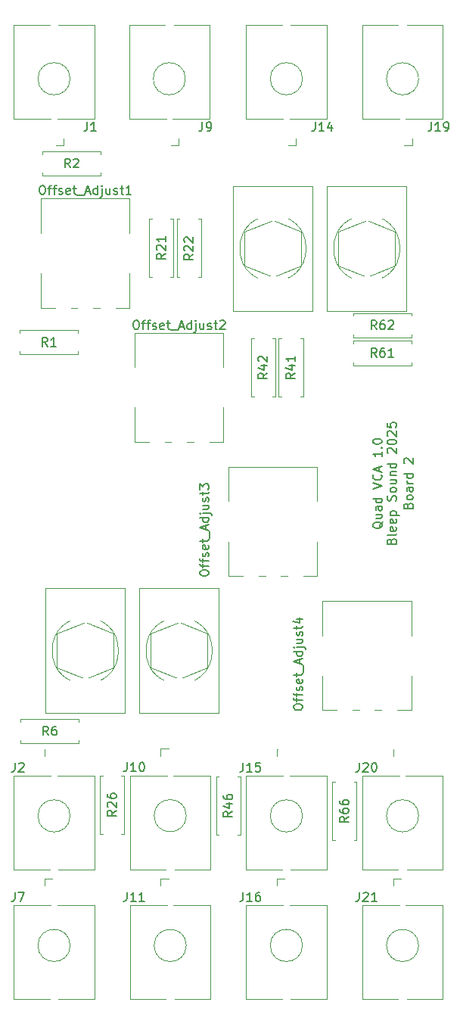
<source format=gto>
G04 #@! TF.GenerationSoftware,KiCad,Pcbnew,8.0.6-8.0.6-0~ubuntu22.04.1*
G04 #@! TF.CreationDate,2025-01-13T21:54:40+00:00*
G04 #@! TF.ProjectId,Basic_VCA,42617369-635f-4564-9341-2e6b69636164,rev?*
G04 #@! TF.SameCoordinates,Original*
G04 #@! TF.FileFunction,Legend,Top*
G04 #@! TF.FilePolarity,Positive*
%FSLAX46Y46*%
G04 Gerber Fmt 4.6, Leading zero omitted, Abs format (unit mm)*
G04 Created by KiCad (PCBNEW 8.0.6-8.0.6-0~ubuntu22.04.1) date 2025-01-13 21:54:40*
%MOMM*%
%LPD*%
G01*
G04 APERTURE LIST*
%ADD10C,0.150000*%
%ADD11C,0.120000*%
%ADD12C,1.600000*%
%ADD13O,1.600000X1.600000*%
%ADD14C,3.200000*%
%ADD15R,1.930000X1.830000*%
%ADD16C,2.130000*%
%ADD17C,4.000000*%
%ADD18C,1.800000*%
%ADD19O,5.000000X3.200000*%
%ADD20R,1.700000X1.700000*%
%ADD21O,1.700000X1.700000*%
G04 APERTURE END LIST*
D10*
X151275085Y-92585714D02*
X151227466Y-92680952D01*
X151227466Y-92680952D02*
X151132228Y-92776190D01*
X151132228Y-92776190D02*
X150989370Y-92919047D01*
X150989370Y-92919047D02*
X150941751Y-93014285D01*
X150941751Y-93014285D02*
X150941751Y-93109523D01*
X151179847Y-93061904D02*
X151132228Y-93157142D01*
X151132228Y-93157142D02*
X151036989Y-93252380D01*
X151036989Y-93252380D02*
X150846513Y-93299999D01*
X150846513Y-93299999D02*
X150513180Y-93299999D01*
X150513180Y-93299999D02*
X150322704Y-93252380D01*
X150322704Y-93252380D02*
X150227466Y-93157142D01*
X150227466Y-93157142D02*
X150179847Y-93061904D01*
X150179847Y-93061904D02*
X150179847Y-92871428D01*
X150179847Y-92871428D02*
X150227466Y-92776190D01*
X150227466Y-92776190D02*
X150322704Y-92680952D01*
X150322704Y-92680952D02*
X150513180Y-92633333D01*
X150513180Y-92633333D02*
X150846513Y-92633333D01*
X150846513Y-92633333D02*
X151036989Y-92680952D01*
X151036989Y-92680952D02*
X151132228Y-92776190D01*
X151132228Y-92776190D02*
X151179847Y-92871428D01*
X151179847Y-92871428D02*
X151179847Y-93061904D01*
X150513180Y-91776190D02*
X151179847Y-91776190D01*
X150513180Y-92204761D02*
X151036989Y-92204761D01*
X151036989Y-92204761D02*
X151132228Y-92157142D01*
X151132228Y-92157142D02*
X151179847Y-92061904D01*
X151179847Y-92061904D02*
X151179847Y-91919047D01*
X151179847Y-91919047D02*
X151132228Y-91823809D01*
X151132228Y-91823809D02*
X151084608Y-91776190D01*
X151179847Y-90871428D02*
X150656037Y-90871428D01*
X150656037Y-90871428D02*
X150560799Y-90919047D01*
X150560799Y-90919047D02*
X150513180Y-91014285D01*
X150513180Y-91014285D02*
X150513180Y-91204761D01*
X150513180Y-91204761D02*
X150560799Y-91299999D01*
X151132228Y-90871428D02*
X151179847Y-90966666D01*
X151179847Y-90966666D02*
X151179847Y-91204761D01*
X151179847Y-91204761D02*
X151132228Y-91299999D01*
X151132228Y-91299999D02*
X151036989Y-91347618D01*
X151036989Y-91347618D02*
X150941751Y-91347618D01*
X150941751Y-91347618D02*
X150846513Y-91299999D01*
X150846513Y-91299999D02*
X150798894Y-91204761D01*
X150798894Y-91204761D02*
X150798894Y-90966666D01*
X150798894Y-90966666D02*
X150751275Y-90871428D01*
X151179847Y-89966666D02*
X150179847Y-89966666D01*
X151132228Y-89966666D02*
X151179847Y-90061904D01*
X151179847Y-90061904D02*
X151179847Y-90252380D01*
X151179847Y-90252380D02*
X151132228Y-90347618D01*
X151132228Y-90347618D02*
X151084608Y-90395237D01*
X151084608Y-90395237D02*
X150989370Y-90442856D01*
X150989370Y-90442856D02*
X150703656Y-90442856D01*
X150703656Y-90442856D02*
X150608418Y-90395237D01*
X150608418Y-90395237D02*
X150560799Y-90347618D01*
X150560799Y-90347618D02*
X150513180Y-90252380D01*
X150513180Y-90252380D02*
X150513180Y-90061904D01*
X150513180Y-90061904D02*
X150560799Y-89966666D01*
X150179847Y-88871427D02*
X151179847Y-88538094D01*
X151179847Y-88538094D02*
X150179847Y-88204761D01*
X151084608Y-87299999D02*
X151132228Y-87347618D01*
X151132228Y-87347618D02*
X151179847Y-87490475D01*
X151179847Y-87490475D02*
X151179847Y-87585713D01*
X151179847Y-87585713D02*
X151132228Y-87728570D01*
X151132228Y-87728570D02*
X151036989Y-87823808D01*
X151036989Y-87823808D02*
X150941751Y-87871427D01*
X150941751Y-87871427D02*
X150751275Y-87919046D01*
X150751275Y-87919046D02*
X150608418Y-87919046D01*
X150608418Y-87919046D02*
X150417942Y-87871427D01*
X150417942Y-87871427D02*
X150322704Y-87823808D01*
X150322704Y-87823808D02*
X150227466Y-87728570D01*
X150227466Y-87728570D02*
X150179847Y-87585713D01*
X150179847Y-87585713D02*
X150179847Y-87490475D01*
X150179847Y-87490475D02*
X150227466Y-87347618D01*
X150227466Y-87347618D02*
X150275085Y-87299999D01*
X150894132Y-86919046D02*
X150894132Y-86442856D01*
X151179847Y-87014284D02*
X150179847Y-86680951D01*
X150179847Y-86680951D02*
X151179847Y-86347618D01*
X151179847Y-84728570D02*
X151179847Y-85299998D01*
X151179847Y-85014284D02*
X150179847Y-85014284D01*
X150179847Y-85014284D02*
X150322704Y-85109522D01*
X150322704Y-85109522D02*
X150417942Y-85204760D01*
X150417942Y-85204760D02*
X150465561Y-85299998D01*
X151084608Y-84299998D02*
X151132228Y-84252379D01*
X151132228Y-84252379D02*
X151179847Y-84299998D01*
X151179847Y-84299998D02*
X151132228Y-84347617D01*
X151132228Y-84347617D02*
X151084608Y-84299998D01*
X151084608Y-84299998D02*
X151179847Y-84299998D01*
X150179847Y-83633332D02*
X150179847Y-83538094D01*
X150179847Y-83538094D02*
X150227466Y-83442856D01*
X150227466Y-83442856D02*
X150275085Y-83395237D01*
X150275085Y-83395237D02*
X150370323Y-83347618D01*
X150370323Y-83347618D02*
X150560799Y-83299999D01*
X150560799Y-83299999D02*
X150798894Y-83299999D01*
X150798894Y-83299999D02*
X150989370Y-83347618D01*
X150989370Y-83347618D02*
X151084608Y-83395237D01*
X151084608Y-83395237D02*
X151132228Y-83442856D01*
X151132228Y-83442856D02*
X151179847Y-83538094D01*
X151179847Y-83538094D02*
X151179847Y-83633332D01*
X151179847Y-83633332D02*
X151132228Y-83728570D01*
X151132228Y-83728570D02*
X151084608Y-83776189D01*
X151084608Y-83776189D02*
X150989370Y-83823808D01*
X150989370Y-83823808D02*
X150798894Y-83871427D01*
X150798894Y-83871427D02*
X150560799Y-83871427D01*
X150560799Y-83871427D02*
X150370323Y-83823808D01*
X150370323Y-83823808D02*
X150275085Y-83776189D01*
X150275085Y-83776189D02*
X150227466Y-83728570D01*
X150227466Y-83728570D02*
X150179847Y-83633332D01*
X152265981Y-94752381D02*
X152313600Y-94609524D01*
X152313600Y-94609524D02*
X152361219Y-94561905D01*
X152361219Y-94561905D02*
X152456457Y-94514286D01*
X152456457Y-94514286D02*
X152599314Y-94514286D01*
X152599314Y-94514286D02*
X152694552Y-94561905D01*
X152694552Y-94561905D02*
X152742172Y-94609524D01*
X152742172Y-94609524D02*
X152789791Y-94704762D01*
X152789791Y-94704762D02*
X152789791Y-95085714D01*
X152789791Y-95085714D02*
X151789791Y-95085714D01*
X151789791Y-95085714D02*
X151789791Y-94752381D01*
X151789791Y-94752381D02*
X151837410Y-94657143D01*
X151837410Y-94657143D02*
X151885029Y-94609524D01*
X151885029Y-94609524D02*
X151980267Y-94561905D01*
X151980267Y-94561905D02*
X152075505Y-94561905D01*
X152075505Y-94561905D02*
X152170743Y-94609524D01*
X152170743Y-94609524D02*
X152218362Y-94657143D01*
X152218362Y-94657143D02*
X152265981Y-94752381D01*
X152265981Y-94752381D02*
X152265981Y-95085714D01*
X152789791Y-93942857D02*
X152742172Y-94038095D01*
X152742172Y-94038095D02*
X152646933Y-94085714D01*
X152646933Y-94085714D02*
X151789791Y-94085714D01*
X152742172Y-93180952D02*
X152789791Y-93276190D01*
X152789791Y-93276190D02*
X152789791Y-93466666D01*
X152789791Y-93466666D02*
X152742172Y-93561904D01*
X152742172Y-93561904D02*
X152646933Y-93609523D01*
X152646933Y-93609523D02*
X152265981Y-93609523D01*
X152265981Y-93609523D02*
X152170743Y-93561904D01*
X152170743Y-93561904D02*
X152123124Y-93466666D01*
X152123124Y-93466666D02*
X152123124Y-93276190D01*
X152123124Y-93276190D02*
X152170743Y-93180952D01*
X152170743Y-93180952D02*
X152265981Y-93133333D01*
X152265981Y-93133333D02*
X152361219Y-93133333D01*
X152361219Y-93133333D02*
X152456457Y-93609523D01*
X152742172Y-92323809D02*
X152789791Y-92419047D01*
X152789791Y-92419047D02*
X152789791Y-92609523D01*
X152789791Y-92609523D02*
X152742172Y-92704761D01*
X152742172Y-92704761D02*
X152646933Y-92752380D01*
X152646933Y-92752380D02*
X152265981Y-92752380D01*
X152265981Y-92752380D02*
X152170743Y-92704761D01*
X152170743Y-92704761D02*
X152123124Y-92609523D01*
X152123124Y-92609523D02*
X152123124Y-92419047D01*
X152123124Y-92419047D02*
X152170743Y-92323809D01*
X152170743Y-92323809D02*
X152265981Y-92276190D01*
X152265981Y-92276190D02*
X152361219Y-92276190D01*
X152361219Y-92276190D02*
X152456457Y-92752380D01*
X152123124Y-91847618D02*
X153123124Y-91847618D01*
X152170743Y-91847618D02*
X152123124Y-91752380D01*
X152123124Y-91752380D02*
X152123124Y-91561904D01*
X152123124Y-91561904D02*
X152170743Y-91466666D01*
X152170743Y-91466666D02*
X152218362Y-91419047D01*
X152218362Y-91419047D02*
X152313600Y-91371428D01*
X152313600Y-91371428D02*
X152599314Y-91371428D01*
X152599314Y-91371428D02*
X152694552Y-91419047D01*
X152694552Y-91419047D02*
X152742172Y-91466666D01*
X152742172Y-91466666D02*
X152789791Y-91561904D01*
X152789791Y-91561904D02*
X152789791Y-91752380D01*
X152789791Y-91752380D02*
X152742172Y-91847618D01*
X152742172Y-90228570D02*
X152789791Y-90085713D01*
X152789791Y-90085713D02*
X152789791Y-89847618D01*
X152789791Y-89847618D02*
X152742172Y-89752380D01*
X152742172Y-89752380D02*
X152694552Y-89704761D01*
X152694552Y-89704761D02*
X152599314Y-89657142D01*
X152599314Y-89657142D02*
X152504076Y-89657142D01*
X152504076Y-89657142D02*
X152408838Y-89704761D01*
X152408838Y-89704761D02*
X152361219Y-89752380D01*
X152361219Y-89752380D02*
X152313600Y-89847618D01*
X152313600Y-89847618D02*
X152265981Y-90038094D01*
X152265981Y-90038094D02*
X152218362Y-90133332D01*
X152218362Y-90133332D02*
X152170743Y-90180951D01*
X152170743Y-90180951D02*
X152075505Y-90228570D01*
X152075505Y-90228570D02*
X151980267Y-90228570D01*
X151980267Y-90228570D02*
X151885029Y-90180951D01*
X151885029Y-90180951D02*
X151837410Y-90133332D01*
X151837410Y-90133332D02*
X151789791Y-90038094D01*
X151789791Y-90038094D02*
X151789791Y-89799999D01*
X151789791Y-89799999D02*
X151837410Y-89657142D01*
X152789791Y-89085713D02*
X152742172Y-89180951D01*
X152742172Y-89180951D02*
X152694552Y-89228570D01*
X152694552Y-89228570D02*
X152599314Y-89276189D01*
X152599314Y-89276189D02*
X152313600Y-89276189D01*
X152313600Y-89276189D02*
X152218362Y-89228570D01*
X152218362Y-89228570D02*
X152170743Y-89180951D01*
X152170743Y-89180951D02*
X152123124Y-89085713D01*
X152123124Y-89085713D02*
X152123124Y-88942856D01*
X152123124Y-88942856D02*
X152170743Y-88847618D01*
X152170743Y-88847618D02*
X152218362Y-88799999D01*
X152218362Y-88799999D02*
X152313600Y-88752380D01*
X152313600Y-88752380D02*
X152599314Y-88752380D01*
X152599314Y-88752380D02*
X152694552Y-88799999D01*
X152694552Y-88799999D02*
X152742172Y-88847618D01*
X152742172Y-88847618D02*
X152789791Y-88942856D01*
X152789791Y-88942856D02*
X152789791Y-89085713D01*
X152123124Y-87895237D02*
X152789791Y-87895237D01*
X152123124Y-88323808D02*
X152646933Y-88323808D01*
X152646933Y-88323808D02*
X152742172Y-88276189D01*
X152742172Y-88276189D02*
X152789791Y-88180951D01*
X152789791Y-88180951D02*
X152789791Y-88038094D01*
X152789791Y-88038094D02*
X152742172Y-87942856D01*
X152742172Y-87942856D02*
X152694552Y-87895237D01*
X152123124Y-87419046D02*
X152789791Y-87419046D01*
X152218362Y-87419046D02*
X152170743Y-87371427D01*
X152170743Y-87371427D02*
X152123124Y-87276189D01*
X152123124Y-87276189D02*
X152123124Y-87133332D01*
X152123124Y-87133332D02*
X152170743Y-87038094D01*
X152170743Y-87038094D02*
X152265981Y-86990475D01*
X152265981Y-86990475D02*
X152789791Y-86990475D01*
X152789791Y-86085713D02*
X151789791Y-86085713D01*
X152742172Y-86085713D02*
X152789791Y-86180951D01*
X152789791Y-86180951D02*
X152789791Y-86371427D01*
X152789791Y-86371427D02*
X152742172Y-86466665D01*
X152742172Y-86466665D02*
X152694552Y-86514284D01*
X152694552Y-86514284D02*
X152599314Y-86561903D01*
X152599314Y-86561903D02*
X152313600Y-86561903D01*
X152313600Y-86561903D02*
X152218362Y-86514284D01*
X152218362Y-86514284D02*
X152170743Y-86466665D01*
X152170743Y-86466665D02*
X152123124Y-86371427D01*
X152123124Y-86371427D02*
X152123124Y-86180951D01*
X152123124Y-86180951D02*
X152170743Y-86085713D01*
X151885029Y-84895236D02*
X151837410Y-84847617D01*
X151837410Y-84847617D02*
X151789791Y-84752379D01*
X151789791Y-84752379D02*
X151789791Y-84514284D01*
X151789791Y-84514284D02*
X151837410Y-84419046D01*
X151837410Y-84419046D02*
X151885029Y-84371427D01*
X151885029Y-84371427D02*
X151980267Y-84323808D01*
X151980267Y-84323808D02*
X152075505Y-84323808D01*
X152075505Y-84323808D02*
X152218362Y-84371427D01*
X152218362Y-84371427D02*
X152789791Y-84942855D01*
X152789791Y-84942855D02*
X152789791Y-84323808D01*
X151789791Y-83704760D02*
X151789791Y-83609522D01*
X151789791Y-83609522D02*
X151837410Y-83514284D01*
X151837410Y-83514284D02*
X151885029Y-83466665D01*
X151885029Y-83466665D02*
X151980267Y-83419046D01*
X151980267Y-83419046D02*
X152170743Y-83371427D01*
X152170743Y-83371427D02*
X152408838Y-83371427D01*
X152408838Y-83371427D02*
X152599314Y-83419046D01*
X152599314Y-83419046D02*
X152694552Y-83466665D01*
X152694552Y-83466665D02*
X152742172Y-83514284D01*
X152742172Y-83514284D02*
X152789791Y-83609522D01*
X152789791Y-83609522D02*
X152789791Y-83704760D01*
X152789791Y-83704760D02*
X152742172Y-83799998D01*
X152742172Y-83799998D02*
X152694552Y-83847617D01*
X152694552Y-83847617D02*
X152599314Y-83895236D01*
X152599314Y-83895236D02*
X152408838Y-83942855D01*
X152408838Y-83942855D02*
X152170743Y-83942855D01*
X152170743Y-83942855D02*
X151980267Y-83895236D01*
X151980267Y-83895236D02*
X151885029Y-83847617D01*
X151885029Y-83847617D02*
X151837410Y-83799998D01*
X151837410Y-83799998D02*
X151789791Y-83704760D01*
X151885029Y-82990474D02*
X151837410Y-82942855D01*
X151837410Y-82942855D02*
X151789791Y-82847617D01*
X151789791Y-82847617D02*
X151789791Y-82609522D01*
X151789791Y-82609522D02*
X151837410Y-82514284D01*
X151837410Y-82514284D02*
X151885029Y-82466665D01*
X151885029Y-82466665D02*
X151980267Y-82419046D01*
X151980267Y-82419046D02*
X152075505Y-82419046D01*
X152075505Y-82419046D02*
X152218362Y-82466665D01*
X152218362Y-82466665D02*
X152789791Y-83038093D01*
X152789791Y-83038093D02*
X152789791Y-82419046D01*
X151789791Y-81514284D02*
X151789791Y-81990474D01*
X151789791Y-81990474D02*
X152265981Y-82038093D01*
X152265981Y-82038093D02*
X152218362Y-81990474D01*
X152218362Y-81990474D02*
X152170743Y-81895236D01*
X152170743Y-81895236D02*
X152170743Y-81657141D01*
X152170743Y-81657141D02*
X152218362Y-81561903D01*
X152218362Y-81561903D02*
X152265981Y-81514284D01*
X152265981Y-81514284D02*
X152361219Y-81466665D01*
X152361219Y-81466665D02*
X152599314Y-81466665D01*
X152599314Y-81466665D02*
X152694552Y-81514284D01*
X152694552Y-81514284D02*
X152742172Y-81561903D01*
X152742172Y-81561903D02*
X152789791Y-81657141D01*
X152789791Y-81657141D02*
X152789791Y-81895236D01*
X152789791Y-81895236D02*
X152742172Y-81990474D01*
X152742172Y-81990474D02*
X152694552Y-82038093D01*
X154131009Y-90752381D02*
X154178628Y-90609524D01*
X154178628Y-90609524D02*
X154226247Y-90561905D01*
X154226247Y-90561905D02*
X154321485Y-90514286D01*
X154321485Y-90514286D02*
X154464342Y-90514286D01*
X154464342Y-90514286D02*
X154559580Y-90561905D01*
X154559580Y-90561905D02*
X154607200Y-90609524D01*
X154607200Y-90609524D02*
X154654819Y-90704762D01*
X154654819Y-90704762D02*
X154654819Y-91085714D01*
X154654819Y-91085714D02*
X153654819Y-91085714D01*
X153654819Y-91085714D02*
X153654819Y-90752381D01*
X153654819Y-90752381D02*
X153702438Y-90657143D01*
X153702438Y-90657143D02*
X153750057Y-90609524D01*
X153750057Y-90609524D02*
X153845295Y-90561905D01*
X153845295Y-90561905D02*
X153940533Y-90561905D01*
X153940533Y-90561905D02*
X154035771Y-90609524D01*
X154035771Y-90609524D02*
X154083390Y-90657143D01*
X154083390Y-90657143D02*
X154131009Y-90752381D01*
X154131009Y-90752381D02*
X154131009Y-91085714D01*
X154654819Y-89942857D02*
X154607200Y-90038095D01*
X154607200Y-90038095D02*
X154559580Y-90085714D01*
X154559580Y-90085714D02*
X154464342Y-90133333D01*
X154464342Y-90133333D02*
X154178628Y-90133333D01*
X154178628Y-90133333D02*
X154083390Y-90085714D01*
X154083390Y-90085714D02*
X154035771Y-90038095D01*
X154035771Y-90038095D02*
X153988152Y-89942857D01*
X153988152Y-89942857D02*
X153988152Y-89800000D01*
X153988152Y-89800000D02*
X154035771Y-89704762D01*
X154035771Y-89704762D02*
X154083390Y-89657143D01*
X154083390Y-89657143D02*
X154178628Y-89609524D01*
X154178628Y-89609524D02*
X154464342Y-89609524D01*
X154464342Y-89609524D02*
X154559580Y-89657143D01*
X154559580Y-89657143D02*
X154607200Y-89704762D01*
X154607200Y-89704762D02*
X154654819Y-89800000D01*
X154654819Y-89800000D02*
X154654819Y-89942857D01*
X154654819Y-88752381D02*
X154131009Y-88752381D01*
X154131009Y-88752381D02*
X154035771Y-88800000D01*
X154035771Y-88800000D02*
X153988152Y-88895238D01*
X153988152Y-88895238D02*
X153988152Y-89085714D01*
X153988152Y-89085714D02*
X154035771Y-89180952D01*
X154607200Y-88752381D02*
X154654819Y-88847619D01*
X154654819Y-88847619D02*
X154654819Y-89085714D01*
X154654819Y-89085714D02*
X154607200Y-89180952D01*
X154607200Y-89180952D02*
X154511961Y-89228571D01*
X154511961Y-89228571D02*
X154416723Y-89228571D01*
X154416723Y-89228571D02*
X154321485Y-89180952D01*
X154321485Y-89180952D02*
X154273866Y-89085714D01*
X154273866Y-89085714D02*
X154273866Y-88847619D01*
X154273866Y-88847619D02*
X154226247Y-88752381D01*
X154654819Y-88276190D02*
X153988152Y-88276190D01*
X154178628Y-88276190D02*
X154083390Y-88228571D01*
X154083390Y-88228571D02*
X154035771Y-88180952D01*
X154035771Y-88180952D02*
X153988152Y-88085714D01*
X153988152Y-88085714D02*
X153988152Y-87990476D01*
X154654819Y-87228571D02*
X153654819Y-87228571D01*
X154607200Y-87228571D02*
X154654819Y-87323809D01*
X154654819Y-87323809D02*
X154654819Y-87514285D01*
X154654819Y-87514285D02*
X154607200Y-87609523D01*
X154607200Y-87609523D02*
X154559580Y-87657142D01*
X154559580Y-87657142D02*
X154464342Y-87704761D01*
X154464342Y-87704761D02*
X154178628Y-87704761D01*
X154178628Y-87704761D02*
X154083390Y-87657142D01*
X154083390Y-87657142D02*
X154035771Y-87609523D01*
X154035771Y-87609523D02*
X153988152Y-87514285D01*
X153988152Y-87514285D02*
X153988152Y-87323809D01*
X153988152Y-87323809D02*
X154035771Y-87228571D01*
X153750057Y-86038094D02*
X153702438Y-85990475D01*
X153702438Y-85990475D02*
X153654819Y-85895237D01*
X153654819Y-85895237D02*
X153654819Y-85657142D01*
X153654819Y-85657142D02*
X153702438Y-85561904D01*
X153702438Y-85561904D02*
X153750057Y-85514285D01*
X153750057Y-85514285D02*
X153845295Y-85466666D01*
X153845295Y-85466666D02*
X153940533Y-85466666D01*
X153940533Y-85466666D02*
X154083390Y-85514285D01*
X154083390Y-85514285D02*
X154654819Y-86085713D01*
X154654819Y-86085713D02*
X154654819Y-85466666D01*
X113863333Y-116454819D02*
X113530000Y-115978628D01*
X113291905Y-116454819D02*
X113291905Y-115454819D01*
X113291905Y-115454819D02*
X113672857Y-115454819D01*
X113672857Y-115454819D02*
X113768095Y-115502438D01*
X113768095Y-115502438D02*
X113815714Y-115550057D01*
X113815714Y-115550057D02*
X113863333Y-115645295D01*
X113863333Y-115645295D02*
X113863333Y-115788152D01*
X113863333Y-115788152D02*
X113815714Y-115883390D01*
X113815714Y-115883390D02*
X113768095Y-115931009D01*
X113768095Y-115931009D02*
X113672857Y-115978628D01*
X113672857Y-115978628D02*
X113291905Y-115978628D01*
X114720476Y-115454819D02*
X114530000Y-115454819D01*
X114530000Y-115454819D02*
X114434762Y-115502438D01*
X114434762Y-115502438D02*
X114387143Y-115550057D01*
X114387143Y-115550057D02*
X114291905Y-115692914D01*
X114291905Y-115692914D02*
X114244286Y-115883390D01*
X114244286Y-115883390D02*
X114244286Y-116264342D01*
X114244286Y-116264342D02*
X114291905Y-116359580D01*
X114291905Y-116359580D02*
X114339524Y-116407200D01*
X114339524Y-116407200D02*
X114434762Y-116454819D01*
X114434762Y-116454819D02*
X114625238Y-116454819D01*
X114625238Y-116454819D02*
X114720476Y-116407200D01*
X114720476Y-116407200D02*
X114768095Y-116359580D01*
X114768095Y-116359580D02*
X114815714Y-116264342D01*
X114815714Y-116264342D02*
X114815714Y-116026247D01*
X114815714Y-116026247D02*
X114768095Y-115931009D01*
X114768095Y-115931009D02*
X114720476Y-115883390D01*
X114720476Y-115883390D02*
X114625238Y-115835771D01*
X114625238Y-115835771D02*
X114434762Y-115835771D01*
X114434762Y-115835771D02*
X114339524Y-115883390D01*
X114339524Y-115883390D02*
X114291905Y-115931009D01*
X114291905Y-115931009D02*
X114244286Y-116026247D01*
X148660476Y-119534819D02*
X148660476Y-120249104D01*
X148660476Y-120249104D02*
X148612857Y-120391961D01*
X148612857Y-120391961D02*
X148517619Y-120487200D01*
X148517619Y-120487200D02*
X148374762Y-120534819D01*
X148374762Y-120534819D02*
X148279524Y-120534819D01*
X149089048Y-119630057D02*
X149136667Y-119582438D01*
X149136667Y-119582438D02*
X149231905Y-119534819D01*
X149231905Y-119534819D02*
X149470000Y-119534819D01*
X149470000Y-119534819D02*
X149565238Y-119582438D01*
X149565238Y-119582438D02*
X149612857Y-119630057D01*
X149612857Y-119630057D02*
X149660476Y-119725295D01*
X149660476Y-119725295D02*
X149660476Y-119820533D01*
X149660476Y-119820533D02*
X149612857Y-119963390D01*
X149612857Y-119963390D02*
X149041429Y-120534819D01*
X149041429Y-120534819D02*
X149660476Y-120534819D01*
X150279524Y-119534819D02*
X150374762Y-119534819D01*
X150374762Y-119534819D02*
X150470000Y-119582438D01*
X150470000Y-119582438D02*
X150517619Y-119630057D01*
X150517619Y-119630057D02*
X150565238Y-119725295D01*
X150565238Y-119725295D02*
X150612857Y-119915771D01*
X150612857Y-119915771D02*
X150612857Y-120153866D01*
X150612857Y-120153866D02*
X150565238Y-120344342D01*
X150565238Y-120344342D02*
X150517619Y-120439580D01*
X150517619Y-120439580D02*
X150470000Y-120487200D01*
X150470000Y-120487200D02*
X150374762Y-120534819D01*
X150374762Y-120534819D02*
X150279524Y-120534819D01*
X150279524Y-120534819D02*
X150184286Y-120487200D01*
X150184286Y-120487200D02*
X150136667Y-120439580D01*
X150136667Y-120439580D02*
X150089048Y-120344342D01*
X150089048Y-120344342D02*
X150041429Y-120153866D01*
X150041429Y-120153866D02*
X150041429Y-119915771D01*
X150041429Y-119915771D02*
X150089048Y-119725295D01*
X150089048Y-119725295D02*
X150136667Y-119630057D01*
X150136667Y-119630057D02*
X150184286Y-119582438D01*
X150184286Y-119582438D02*
X150279524Y-119534819D01*
X135660476Y-119534819D02*
X135660476Y-120249104D01*
X135660476Y-120249104D02*
X135612857Y-120391961D01*
X135612857Y-120391961D02*
X135517619Y-120487200D01*
X135517619Y-120487200D02*
X135374762Y-120534819D01*
X135374762Y-120534819D02*
X135279524Y-120534819D01*
X136660476Y-120534819D02*
X136089048Y-120534819D01*
X136374762Y-120534819D02*
X136374762Y-119534819D01*
X136374762Y-119534819D02*
X136279524Y-119677676D01*
X136279524Y-119677676D02*
X136184286Y-119772914D01*
X136184286Y-119772914D02*
X136089048Y-119820533D01*
X137565238Y-119534819D02*
X137089048Y-119534819D01*
X137089048Y-119534819D02*
X137041429Y-120011009D01*
X137041429Y-120011009D02*
X137089048Y-119963390D01*
X137089048Y-119963390D02*
X137184286Y-119915771D01*
X137184286Y-119915771D02*
X137422381Y-119915771D01*
X137422381Y-119915771D02*
X137517619Y-119963390D01*
X137517619Y-119963390D02*
X137565238Y-120011009D01*
X137565238Y-120011009D02*
X137612857Y-120106247D01*
X137612857Y-120106247D02*
X137612857Y-120344342D01*
X137612857Y-120344342D02*
X137565238Y-120439580D01*
X137565238Y-120439580D02*
X137517619Y-120487200D01*
X137517619Y-120487200D02*
X137422381Y-120534819D01*
X137422381Y-120534819D02*
X137184286Y-120534819D01*
X137184286Y-120534819D02*
X137089048Y-120487200D01*
X137089048Y-120487200D02*
X137041429Y-120439580D01*
X150587142Y-74154819D02*
X150253809Y-73678628D01*
X150015714Y-74154819D02*
X150015714Y-73154819D01*
X150015714Y-73154819D02*
X150396666Y-73154819D01*
X150396666Y-73154819D02*
X150491904Y-73202438D01*
X150491904Y-73202438D02*
X150539523Y-73250057D01*
X150539523Y-73250057D02*
X150587142Y-73345295D01*
X150587142Y-73345295D02*
X150587142Y-73488152D01*
X150587142Y-73488152D02*
X150539523Y-73583390D01*
X150539523Y-73583390D02*
X150491904Y-73631009D01*
X150491904Y-73631009D02*
X150396666Y-73678628D01*
X150396666Y-73678628D02*
X150015714Y-73678628D01*
X151444285Y-73154819D02*
X151253809Y-73154819D01*
X151253809Y-73154819D02*
X151158571Y-73202438D01*
X151158571Y-73202438D02*
X151110952Y-73250057D01*
X151110952Y-73250057D02*
X151015714Y-73392914D01*
X151015714Y-73392914D02*
X150968095Y-73583390D01*
X150968095Y-73583390D02*
X150968095Y-73964342D01*
X150968095Y-73964342D02*
X151015714Y-74059580D01*
X151015714Y-74059580D02*
X151063333Y-74107200D01*
X151063333Y-74107200D02*
X151158571Y-74154819D01*
X151158571Y-74154819D02*
X151349047Y-74154819D01*
X151349047Y-74154819D02*
X151444285Y-74107200D01*
X151444285Y-74107200D02*
X151491904Y-74059580D01*
X151491904Y-74059580D02*
X151539523Y-73964342D01*
X151539523Y-73964342D02*
X151539523Y-73726247D01*
X151539523Y-73726247D02*
X151491904Y-73631009D01*
X151491904Y-73631009D02*
X151444285Y-73583390D01*
X151444285Y-73583390D02*
X151349047Y-73535771D01*
X151349047Y-73535771D02*
X151158571Y-73535771D01*
X151158571Y-73535771D02*
X151063333Y-73583390D01*
X151063333Y-73583390D02*
X151015714Y-73631009D01*
X151015714Y-73631009D02*
X150968095Y-73726247D01*
X152491904Y-74154819D02*
X151920476Y-74154819D01*
X152206190Y-74154819D02*
X152206190Y-73154819D01*
X152206190Y-73154819D02*
X152110952Y-73297676D01*
X152110952Y-73297676D02*
X152015714Y-73392914D01*
X152015714Y-73392914D02*
X151920476Y-73440533D01*
X113095237Y-54954819D02*
X113285713Y-54954819D01*
X113285713Y-54954819D02*
X113380951Y-55002438D01*
X113380951Y-55002438D02*
X113476189Y-55097676D01*
X113476189Y-55097676D02*
X113523808Y-55288152D01*
X113523808Y-55288152D02*
X113523808Y-55621485D01*
X113523808Y-55621485D02*
X113476189Y-55811961D01*
X113476189Y-55811961D02*
X113380951Y-55907200D01*
X113380951Y-55907200D02*
X113285713Y-55954819D01*
X113285713Y-55954819D02*
X113095237Y-55954819D01*
X113095237Y-55954819D02*
X112999999Y-55907200D01*
X112999999Y-55907200D02*
X112904761Y-55811961D01*
X112904761Y-55811961D02*
X112857142Y-55621485D01*
X112857142Y-55621485D02*
X112857142Y-55288152D01*
X112857142Y-55288152D02*
X112904761Y-55097676D01*
X112904761Y-55097676D02*
X112999999Y-55002438D01*
X112999999Y-55002438D02*
X113095237Y-54954819D01*
X113809523Y-55288152D02*
X114190475Y-55288152D01*
X113952380Y-55954819D02*
X113952380Y-55097676D01*
X113952380Y-55097676D02*
X113999999Y-55002438D01*
X113999999Y-55002438D02*
X114095237Y-54954819D01*
X114095237Y-54954819D02*
X114190475Y-54954819D01*
X114380952Y-55288152D02*
X114761904Y-55288152D01*
X114523809Y-55954819D02*
X114523809Y-55097676D01*
X114523809Y-55097676D02*
X114571428Y-55002438D01*
X114571428Y-55002438D02*
X114666666Y-54954819D01*
X114666666Y-54954819D02*
X114761904Y-54954819D01*
X115047619Y-55907200D02*
X115142857Y-55954819D01*
X115142857Y-55954819D02*
X115333333Y-55954819D01*
X115333333Y-55954819D02*
X115428571Y-55907200D01*
X115428571Y-55907200D02*
X115476190Y-55811961D01*
X115476190Y-55811961D02*
X115476190Y-55764342D01*
X115476190Y-55764342D02*
X115428571Y-55669104D01*
X115428571Y-55669104D02*
X115333333Y-55621485D01*
X115333333Y-55621485D02*
X115190476Y-55621485D01*
X115190476Y-55621485D02*
X115095238Y-55573866D01*
X115095238Y-55573866D02*
X115047619Y-55478628D01*
X115047619Y-55478628D02*
X115047619Y-55431009D01*
X115047619Y-55431009D02*
X115095238Y-55335771D01*
X115095238Y-55335771D02*
X115190476Y-55288152D01*
X115190476Y-55288152D02*
X115333333Y-55288152D01*
X115333333Y-55288152D02*
X115428571Y-55335771D01*
X116285714Y-55907200D02*
X116190476Y-55954819D01*
X116190476Y-55954819D02*
X116000000Y-55954819D01*
X116000000Y-55954819D02*
X115904762Y-55907200D01*
X115904762Y-55907200D02*
X115857143Y-55811961D01*
X115857143Y-55811961D02*
X115857143Y-55431009D01*
X115857143Y-55431009D02*
X115904762Y-55335771D01*
X115904762Y-55335771D02*
X116000000Y-55288152D01*
X116000000Y-55288152D02*
X116190476Y-55288152D01*
X116190476Y-55288152D02*
X116285714Y-55335771D01*
X116285714Y-55335771D02*
X116333333Y-55431009D01*
X116333333Y-55431009D02*
X116333333Y-55526247D01*
X116333333Y-55526247D02*
X115857143Y-55621485D01*
X116619048Y-55288152D02*
X117000000Y-55288152D01*
X116761905Y-54954819D02*
X116761905Y-55811961D01*
X116761905Y-55811961D02*
X116809524Y-55907200D01*
X116809524Y-55907200D02*
X116904762Y-55954819D01*
X116904762Y-55954819D02*
X117000000Y-55954819D01*
X117095239Y-56050057D02*
X117857143Y-56050057D01*
X118047620Y-55669104D02*
X118523810Y-55669104D01*
X117952382Y-55954819D02*
X118285715Y-54954819D01*
X118285715Y-54954819D02*
X118619048Y-55954819D01*
X119380953Y-55954819D02*
X119380953Y-54954819D01*
X119380953Y-55907200D02*
X119285715Y-55954819D01*
X119285715Y-55954819D02*
X119095239Y-55954819D01*
X119095239Y-55954819D02*
X119000001Y-55907200D01*
X119000001Y-55907200D02*
X118952382Y-55859580D01*
X118952382Y-55859580D02*
X118904763Y-55764342D01*
X118904763Y-55764342D02*
X118904763Y-55478628D01*
X118904763Y-55478628D02*
X118952382Y-55383390D01*
X118952382Y-55383390D02*
X119000001Y-55335771D01*
X119000001Y-55335771D02*
X119095239Y-55288152D01*
X119095239Y-55288152D02*
X119285715Y-55288152D01*
X119285715Y-55288152D02*
X119380953Y-55335771D01*
X119857144Y-55288152D02*
X119857144Y-56145295D01*
X119857144Y-56145295D02*
X119809525Y-56240533D01*
X119809525Y-56240533D02*
X119714287Y-56288152D01*
X119714287Y-56288152D02*
X119666668Y-56288152D01*
X119857144Y-54954819D02*
X119809525Y-55002438D01*
X119809525Y-55002438D02*
X119857144Y-55050057D01*
X119857144Y-55050057D02*
X119904763Y-55002438D01*
X119904763Y-55002438D02*
X119857144Y-54954819D01*
X119857144Y-54954819D02*
X119857144Y-55050057D01*
X120761905Y-55288152D02*
X120761905Y-55954819D01*
X120333334Y-55288152D02*
X120333334Y-55811961D01*
X120333334Y-55811961D02*
X120380953Y-55907200D01*
X120380953Y-55907200D02*
X120476191Y-55954819D01*
X120476191Y-55954819D02*
X120619048Y-55954819D01*
X120619048Y-55954819D02*
X120714286Y-55907200D01*
X120714286Y-55907200D02*
X120761905Y-55859580D01*
X121190477Y-55907200D02*
X121285715Y-55954819D01*
X121285715Y-55954819D02*
X121476191Y-55954819D01*
X121476191Y-55954819D02*
X121571429Y-55907200D01*
X121571429Y-55907200D02*
X121619048Y-55811961D01*
X121619048Y-55811961D02*
X121619048Y-55764342D01*
X121619048Y-55764342D02*
X121571429Y-55669104D01*
X121571429Y-55669104D02*
X121476191Y-55621485D01*
X121476191Y-55621485D02*
X121333334Y-55621485D01*
X121333334Y-55621485D02*
X121238096Y-55573866D01*
X121238096Y-55573866D02*
X121190477Y-55478628D01*
X121190477Y-55478628D02*
X121190477Y-55431009D01*
X121190477Y-55431009D02*
X121238096Y-55335771D01*
X121238096Y-55335771D02*
X121333334Y-55288152D01*
X121333334Y-55288152D02*
X121476191Y-55288152D01*
X121476191Y-55288152D02*
X121571429Y-55335771D01*
X121904763Y-55288152D02*
X122285715Y-55288152D01*
X122047620Y-54954819D02*
X122047620Y-55811961D01*
X122047620Y-55811961D02*
X122095239Y-55907200D01*
X122095239Y-55907200D02*
X122190477Y-55954819D01*
X122190477Y-55954819D02*
X122285715Y-55954819D01*
X123142858Y-55954819D02*
X122571430Y-55954819D01*
X122857144Y-55954819D02*
X122857144Y-54954819D01*
X122857144Y-54954819D02*
X122761906Y-55097676D01*
X122761906Y-55097676D02*
X122666668Y-55192914D01*
X122666668Y-55192914D02*
X122571430Y-55240533D01*
X130804819Y-98404762D02*
X130804819Y-98214286D01*
X130804819Y-98214286D02*
X130852438Y-98119048D01*
X130852438Y-98119048D02*
X130947676Y-98023810D01*
X130947676Y-98023810D02*
X131138152Y-97976191D01*
X131138152Y-97976191D02*
X131471485Y-97976191D01*
X131471485Y-97976191D02*
X131661961Y-98023810D01*
X131661961Y-98023810D02*
X131757200Y-98119048D01*
X131757200Y-98119048D02*
X131804819Y-98214286D01*
X131804819Y-98214286D02*
X131804819Y-98404762D01*
X131804819Y-98404762D02*
X131757200Y-98500000D01*
X131757200Y-98500000D02*
X131661961Y-98595238D01*
X131661961Y-98595238D02*
X131471485Y-98642857D01*
X131471485Y-98642857D02*
X131138152Y-98642857D01*
X131138152Y-98642857D02*
X130947676Y-98595238D01*
X130947676Y-98595238D02*
X130852438Y-98500000D01*
X130852438Y-98500000D02*
X130804819Y-98404762D01*
X131138152Y-97690476D02*
X131138152Y-97309524D01*
X131804819Y-97547619D02*
X130947676Y-97547619D01*
X130947676Y-97547619D02*
X130852438Y-97500000D01*
X130852438Y-97500000D02*
X130804819Y-97404762D01*
X130804819Y-97404762D02*
X130804819Y-97309524D01*
X131138152Y-97119047D02*
X131138152Y-96738095D01*
X131804819Y-96976190D02*
X130947676Y-96976190D01*
X130947676Y-96976190D02*
X130852438Y-96928571D01*
X130852438Y-96928571D02*
X130804819Y-96833333D01*
X130804819Y-96833333D02*
X130804819Y-96738095D01*
X131757200Y-96452380D02*
X131804819Y-96357142D01*
X131804819Y-96357142D02*
X131804819Y-96166666D01*
X131804819Y-96166666D02*
X131757200Y-96071428D01*
X131757200Y-96071428D02*
X131661961Y-96023809D01*
X131661961Y-96023809D02*
X131614342Y-96023809D01*
X131614342Y-96023809D02*
X131519104Y-96071428D01*
X131519104Y-96071428D02*
X131471485Y-96166666D01*
X131471485Y-96166666D02*
X131471485Y-96309523D01*
X131471485Y-96309523D02*
X131423866Y-96404761D01*
X131423866Y-96404761D02*
X131328628Y-96452380D01*
X131328628Y-96452380D02*
X131281009Y-96452380D01*
X131281009Y-96452380D02*
X131185771Y-96404761D01*
X131185771Y-96404761D02*
X131138152Y-96309523D01*
X131138152Y-96309523D02*
X131138152Y-96166666D01*
X131138152Y-96166666D02*
X131185771Y-96071428D01*
X131757200Y-95214285D02*
X131804819Y-95309523D01*
X131804819Y-95309523D02*
X131804819Y-95499999D01*
X131804819Y-95499999D02*
X131757200Y-95595237D01*
X131757200Y-95595237D02*
X131661961Y-95642856D01*
X131661961Y-95642856D02*
X131281009Y-95642856D01*
X131281009Y-95642856D02*
X131185771Y-95595237D01*
X131185771Y-95595237D02*
X131138152Y-95499999D01*
X131138152Y-95499999D02*
X131138152Y-95309523D01*
X131138152Y-95309523D02*
X131185771Y-95214285D01*
X131185771Y-95214285D02*
X131281009Y-95166666D01*
X131281009Y-95166666D02*
X131376247Y-95166666D01*
X131376247Y-95166666D02*
X131471485Y-95642856D01*
X131138152Y-94880951D02*
X131138152Y-94499999D01*
X130804819Y-94738094D02*
X131661961Y-94738094D01*
X131661961Y-94738094D02*
X131757200Y-94690475D01*
X131757200Y-94690475D02*
X131804819Y-94595237D01*
X131804819Y-94595237D02*
X131804819Y-94499999D01*
X131900057Y-94404761D02*
X131900057Y-93642856D01*
X131519104Y-93452379D02*
X131519104Y-92976189D01*
X131804819Y-93547617D02*
X130804819Y-93214284D01*
X130804819Y-93214284D02*
X131804819Y-92880951D01*
X131804819Y-92119046D02*
X130804819Y-92119046D01*
X131757200Y-92119046D02*
X131804819Y-92214284D01*
X131804819Y-92214284D02*
X131804819Y-92404760D01*
X131804819Y-92404760D02*
X131757200Y-92499998D01*
X131757200Y-92499998D02*
X131709580Y-92547617D01*
X131709580Y-92547617D02*
X131614342Y-92595236D01*
X131614342Y-92595236D02*
X131328628Y-92595236D01*
X131328628Y-92595236D02*
X131233390Y-92547617D01*
X131233390Y-92547617D02*
X131185771Y-92499998D01*
X131185771Y-92499998D02*
X131138152Y-92404760D01*
X131138152Y-92404760D02*
X131138152Y-92214284D01*
X131138152Y-92214284D02*
X131185771Y-92119046D01*
X131138152Y-91642855D02*
X131995295Y-91642855D01*
X131995295Y-91642855D02*
X132090533Y-91690474D01*
X132090533Y-91690474D02*
X132138152Y-91785712D01*
X132138152Y-91785712D02*
X132138152Y-91833331D01*
X130804819Y-91642855D02*
X130852438Y-91690474D01*
X130852438Y-91690474D02*
X130900057Y-91642855D01*
X130900057Y-91642855D02*
X130852438Y-91595236D01*
X130852438Y-91595236D02*
X130804819Y-91642855D01*
X130804819Y-91642855D02*
X130900057Y-91642855D01*
X131138152Y-90738094D02*
X131804819Y-90738094D01*
X131138152Y-91166665D02*
X131661961Y-91166665D01*
X131661961Y-91166665D02*
X131757200Y-91119046D01*
X131757200Y-91119046D02*
X131804819Y-91023808D01*
X131804819Y-91023808D02*
X131804819Y-90880951D01*
X131804819Y-90880951D02*
X131757200Y-90785713D01*
X131757200Y-90785713D02*
X131709580Y-90738094D01*
X131757200Y-90309522D02*
X131804819Y-90214284D01*
X131804819Y-90214284D02*
X131804819Y-90023808D01*
X131804819Y-90023808D02*
X131757200Y-89928570D01*
X131757200Y-89928570D02*
X131661961Y-89880951D01*
X131661961Y-89880951D02*
X131614342Y-89880951D01*
X131614342Y-89880951D02*
X131519104Y-89928570D01*
X131519104Y-89928570D02*
X131471485Y-90023808D01*
X131471485Y-90023808D02*
X131471485Y-90166665D01*
X131471485Y-90166665D02*
X131423866Y-90261903D01*
X131423866Y-90261903D02*
X131328628Y-90309522D01*
X131328628Y-90309522D02*
X131281009Y-90309522D01*
X131281009Y-90309522D02*
X131185771Y-90261903D01*
X131185771Y-90261903D02*
X131138152Y-90166665D01*
X131138152Y-90166665D02*
X131138152Y-90023808D01*
X131138152Y-90023808D02*
X131185771Y-89928570D01*
X131138152Y-89595236D02*
X131138152Y-89214284D01*
X130804819Y-89452379D02*
X131661961Y-89452379D01*
X131661961Y-89452379D02*
X131757200Y-89404760D01*
X131757200Y-89404760D02*
X131804819Y-89309522D01*
X131804819Y-89309522D02*
X131804819Y-89214284D01*
X130804819Y-88976188D02*
X130804819Y-88357141D01*
X130804819Y-88357141D02*
X131185771Y-88690474D01*
X131185771Y-88690474D02*
X131185771Y-88547617D01*
X131185771Y-88547617D02*
X131233390Y-88452379D01*
X131233390Y-88452379D02*
X131281009Y-88404760D01*
X131281009Y-88404760D02*
X131376247Y-88357141D01*
X131376247Y-88357141D02*
X131614342Y-88357141D01*
X131614342Y-88357141D02*
X131709580Y-88404760D01*
X131709580Y-88404760D02*
X131757200Y-88452379D01*
X131757200Y-88452379D02*
X131804819Y-88547617D01*
X131804819Y-88547617D02*
X131804819Y-88833331D01*
X131804819Y-88833331D02*
X131757200Y-88928569D01*
X131757200Y-88928569D02*
X131709580Y-88976188D01*
X148660476Y-134034819D02*
X148660476Y-134749104D01*
X148660476Y-134749104D02*
X148612857Y-134891961D01*
X148612857Y-134891961D02*
X148517619Y-134987200D01*
X148517619Y-134987200D02*
X148374762Y-135034819D01*
X148374762Y-135034819D02*
X148279524Y-135034819D01*
X149089048Y-134130057D02*
X149136667Y-134082438D01*
X149136667Y-134082438D02*
X149231905Y-134034819D01*
X149231905Y-134034819D02*
X149470000Y-134034819D01*
X149470000Y-134034819D02*
X149565238Y-134082438D01*
X149565238Y-134082438D02*
X149612857Y-134130057D01*
X149612857Y-134130057D02*
X149660476Y-134225295D01*
X149660476Y-134225295D02*
X149660476Y-134320533D01*
X149660476Y-134320533D02*
X149612857Y-134463390D01*
X149612857Y-134463390D02*
X149041429Y-135034819D01*
X149041429Y-135034819D02*
X149660476Y-135034819D01*
X150612857Y-135034819D02*
X150041429Y-135034819D01*
X150327143Y-135034819D02*
X150327143Y-134034819D01*
X150327143Y-134034819D02*
X150231905Y-134177676D01*
X150231905Y-134177676D02*
X150136667Y-134272914D01*
X150136667Y-134272914D02*
X150041429Y-134320533D01*
X121454819Y-124872857D02*
X120978628Y-125206190D01*
X121454819Y-125444285D02*
X120454819Y-125444285D01*
X120454819Y-125444285D02*
X120454819Y-125063333D01*
X120454819Y-125063333D02*
X120502438Y-124968095D01*
X120502438Y-124968095D02*
X120550057Y-124920476D01*
X120550057Y-124920476D02*
X120645295Y-124872857D01*
X120645295Y-124872857D02*
X120788152Y-124872857D01*
X120788152Y-124872857D02*
X120883390Y-124920476D01*
X120883390Y-124920476D02*
X120931009Y-124968095D01*
X120931009Y-124968095D02*
X120978628Y-125063333D01*
X120978628Y-125063333D02*
X120978628Y-125444285D01*
X120550057Y-124491904D02*
X120502438Y-124444285D01*
X120502438Y-124444285D02*
X120454819Y-124349047D01*
X120454819Y-124349047D02*
X120454819Y-124110952D01*
X120454819Y-124110952D02*
X120502438Y-124015714D01*
X120502438Y-124015714D02*
X120550057Y-123968095D01*
X120550057Y-123968095D02*
X120645295Y-123920476D01*
X120645295Y-123920476D02*
X120740533Y-123920476D01*
X120740533Y-123920476D02*
X120883390Y-123968095D01*
X120883390Y-123968095D02*
X121454819Y-124539523D01*
X121454819Y-124539523D02*
X121454819Y-123920476D01*
X120454819Y-123063333D02*
X120454819Y-123253809D01*
X120454819Y-123253809D02*
X120502438Y-123349047D01*
X120502438Y-123349047D02*
X120550057Y-123396666D01*
X120550057Y-123396666D02*
X120692914Y-123491904D01*
X120692914Y-123491904D02*
X120883390Y-123539523D01*
X120883390Y-123539523D02*
X121264342Y-123539523D01*
X121264342Y-123539523D02*
X121359580Y-123491904D01*
X121359580Y-123491904D02*
X121407200Y-123444285D01*
X121407200Y-123444285D02*
X121454819Y-123349047D01*
X121454819Y-123349047D02*
X121454819Y-123158571D01*
X121454819Y-123158571D02*
X121407200Y-123063333D01*
X121407200Y-123063333D02*
X121359580Y-123015714D01*
X121359580Y-123015714D02*
X121264342Y-122968095D01*
X121264342Y-122968095D02*
X121026247Y-122968095D01*
X121026247Y-122968095D02*
X120931009Y-123015714D01*
X120931009Y-123015714D02*
X120883390Y-123063333D01*
X120883390Y-123063333D02*
X120835771Y-123158571D01*
X120835771Y-123158571D02*
X120835771Y-123349047D01*
X120835771Y-123349047D02*
X120883390Y-123444285D01*
X120883390Y-123444285D02*
X120931009Y-123491904D01*
X120931009Y-123491904D02*
X121026247Y-123539523D01*
X122660476Y-119514819D02*
X122660476Y-120229104D01*
X122660476Y-120229104D02*
X122612857Y-120371961D01*
X122612857Y-120371961D02*
X122517619Y-120467200D01*
X122517619Y-120467200D02*
X122374762Y-120514819D01*
X122374762Y-120514819D02*
X122279524Y-120514819D01*
X123660476Y-120514819D02*
X123089048Y-120514819D01*
X123374762Y-120514819D02*
X123374762Y-119514819D01*
X123374762Y-119514819D02*
X123279524Y-119657676D01*
X123279524Y-119657676D02*
X123184286Y-119752914D01*
X123184286Y-119752914D02*
X123089048Y-119800533D01*
X124279524Y-119514819D02*
X124374762Y-119514819D01*
X124374762Y-119514819D02*
X124470000Y-119562438D01*
X124470000Y-119562438D02*
X124517619Y-119610057D01*
X124517619Y-119610057D02*
X124565238Y-119705295D01*
X124565238Y-119705295D02*
X124612857Y-119895771D01*
X124612857Y-119895771D02*
X124612857Y-120133866D01*
X124612857Y-120133866D02*
X124565238Y-120324342D01*
X124565238Y-120324342D02*
X124517619Y-120419580D01*
X124517619Y-120419580D02*
X124470000Y-120467200D01*
X124470000Y-120467200D02*
X124374762Y-120514819D01*
X124374762Y-120514819D02*
X124279524Y-120514819D01*
X124279524Y-120514819D02*
X124184286Y-120467200D01*
X124184286Y-120467200D02*
X124136667Y-120419580D01*
X124136667Y-120419580D02*
X124089048Y-120324342D01*
X124089048Y-120324342D02*
X124041429Y-120133866D01*
X124041429Y-120133866D02*
X124041429Y-119895771D01*
X124041429Y-119895771D02*
X124089048Y-119705295D01*
X124089048Y-119705295D02*
X124136667Y-119610057D01*
X124136667Y-119610057D02*
X124184286Y-119562438D01*
X124184286Y-119562438D02*
X124279524Y-119514819D01*
X123595237Y-70054819D02*
X123785713Y-70054819D01*
X123785713Y-70054819D02*
X123880951Y-70102438D01*
X123880951Y-70102438D02*
X123976189Y-70197676D01*
X123976189Y-70197676D02*
X124023808Y-70388152D01*
X124023808Y-70388152D02*
X124023808Y-70721485D01*
X124023808Y-70721485D02*
X123976189Y-70911961D01*
X123976189Y-70911961D02*
X123880951Y-71007200D01*
X123880951Y-71007200D02*
X123785713Y-71054819D01*
X123785713Y-71054819D02*
X123595237Y-71054819D01*
X123595237Y-71054819D02*
X123499999Y-71007200D01*
X123499999Y-71007200D02*
X123404761Y-70911961D01*
X123404761Y-70911961D02*
X123357142Y-70721485D01*
X123357142Y-70721485D02*
X123357142Y-70388152D01*
X123357142Y-70388152D02*
X123404761Y-70197676D01*
X123404761Y-70197676D02*
X123499999Y-70102438D01*
X123499999Y-70102438D02*
X123595237Y-70054819D01*
X124309523Y-70388152D02*
X124690475Y-70388152D01*
X124452380Y-71054819D02*
X124452380Y-70197676D01*
X124452380Y-70197676D02*
X124499999Y-70102438D01*
X124499999Y-70102438D02*
X124595237Y-70054819D01*
X124595237Y-70054819D02*
X124690475Y-70054819D01*
X124880952Y-70388152D02*
X125261904Y-70388152D01*
X125023809Y-71054819D02*
X125023809Y-70197676D01*
X125023809Y-70197676D02*
X125071428Y-70102438D01*
X125071428Y-70102438D02*
X125166666Y-70054819D01*
X125166666Y-70054819D02*
X125261904Y-70054819D01*
X125547619Y-71007200D02*
X125642857Y-71054819D01*
X125642857Y-71054819D02*
X125833333Y-71054819D01*
X125833333Y-71054819D02*
X125928571Y-71007200D01*
X125928571Y-71007200D02*
X125976190Y-70911961D01*
X125976190Y-70911961D02*
X125976190Y-70864342D01*
X125976190Y-70864342D02*
X125928571Y-70769104D01*
X125928571Y-70769104D02*
X125833333Y-70721485D01*
X125833333Y-70721485D02*
X125690476Y-70721485D01*
X125690476Y-70721485D02*
X125595238Y-70673866D01*
X125595238Y-70673866D02*
X125547619Y-70578628D01*
X125547619Y-70578628D02*
X125547619Y-70531009D01*
X125547619Y-70531009D02*
X125595238Y-70435771D01*
X125595238Y-70435771D02*
X125690476Y-70388152D01*
X125690476Y-70388152D02*
X125833333Y-70388152D01*
X125833333Y-70388152D02*
X125928571Y-70435771D01*
X126785714Y-71007200D02*
X126690476Y-71054819D01*
X126690476Y-71054819D02*
X126500000Y-71054819D01*
X126500000Y-71054819D02*
X126404762Y-71007200D01*
X126404762Y-71007200D02*
X126357143Y-70911961D01*
X126357143Y-70911961D02*
X126357143Y-70531009D01*
X126357143Y-70531009D02*
X126404762Y-70435771D01*
X126404762Y-70435771D02*
X126500000Y-70388152D01*
X126500000Y-70388152D02*
X126690476Y-70388152D01*
X126690476Y-70388152D02*
X126785714Y-70435771D01*
X126785714Y-70435771D02*
X126833333Y-70531009D01*
X126833333Y-70531009D02*
X126833333Y-70626247D01*
X126833333Y-70626247D02*
X126357143Y-70721485D01*
X127119048Y-70388152D02*
X127500000Y-70388152D01*
X127261905Y-70054819D02*
X127261905Y-70911961D01*
X127261905Y-70911961D02*
X127309524Y-71007200D01*
X127309524Y-71007200D02*
X127404762Y-71054819D01*
X127404762Y-71054819D02*
X127500000Y-71054819D01*
X127595239Y-71150057D02*
X128357143Y-71150057D01*
X128547620Y-70769104D02*
X129023810Y-70769104D01*
X128452382Y-71054819D02*
X128785715Y-70054819D01*
X128785715Y-70054819D02*
X129119048Y-71054819D01*
X129880953Y-71054819D02*
X129880953Y-70054819D01*
X129880953Y-71007200D02*
X129785715Y-71054819D01*
X129785715Y-71054819D02*
X129595239Y-71054819D01*
X129595239Y-71054819D02*
X129500001Y-71007200D01*
X129500001Y-71007200D02*
X129452382Y-70959580D01*
X129452382Y-70959580D02*
X129404763Y-70864342D01*
X129404763Y-70864342D02*
X129404763Y-70578628D01*
X129404763Y-70578628D02*
X129452382Y-70483390D01*
X129452382Y-70483390D02*
X129500001Y-70435771D01*
X129500001Y-70435771D02*
X129595239Y-70388152D01*
X129595239Y-70388152D02*
X129785715Y-70388152D01*
X129785715Y-70388152D02*
X129880953Y-70435771D01*
X130357144Y-70388152D02*
X130357144Y-71245295D01*
X130357144Y-71245295D02*
X130309525Y-71340533D01*
X130309525Y-71340533D02*
X130214287Y-71388152D01*
X130214287Y-71388152D02*
X130166668Y-71388152D01*
X130357144Y-70054819D02*
X130309525Y-70102438D01*
X130309525Y-70102438D02*
X130357144Y-70150057D01*
X130357144Y-70150057D02*
X130404763Y-70102438D01*
X130404763Y-70102438D02*
X130357144Y-70054819D01*
X130357144Y-70054819D02*
X130357144Y-70150057D01*
X131261905Y-70388152D02*
X131261905Y-71054819D01*
X130833334Y-70388152D02*
X130833334Y-70911961D01*
X130833334Y-70911961D02*
X130880953Y-71007200D01*
X130880953Y-71007200D02*
X130976191Y-71054819D01*
X130976191Y-71054819D02*
X131119048Y-71054819D01*
X131119048Y-71054819D02*
X131214286Y-71007200D01*
X131214286Y-71007200D02*
X131261905Y-70959580D01*
X131690477Y-71007200D02*
X131785715Y-71054819D01*
X131785715Y-71054819D02*
X131976191Y-71054819D01*
X131976191Y-71054819D02*
X132071429Y-71007200D01*
X132071429Y-71007200D02*
X132119048Y-70911961D01*
X132119048Y-70911961D02*
X132119048Y-70864342D01*
X132119048Y-70864342D02*
X132071429Y-70769104D01*
X132071429Y-70769104D02*
X131976191Y-70721485D01*
X131976191Y-70721485D02*
X131833334Y-70721485D01*
X131833334Y-70721485D02*
X131738096Y-70673866D01*
X131738096Y-70673866D02*
X131690477Y-70578628D01*
X131690477Y-70578628D02*
X131690477Y-70531009D01*
X131690477Y-70531009D02*
X131738096Y-70435771D01*
X131738096Y-70435771D02*
X131833334Y-70388152D01*
X131833334Y-70388152D02*
X131976191Y-70388152D01*
X131976191Y-70388152D02*
X132071429Y-70435771D01*
X132404763Y-70388152D02*
X132785715Y-70388152D01*
X132547620Y-70054819D02*
X132547620Y-70911961D01*
X132547620Y-70911961D02*
X132595239Y-71007200D01*
X132595239Y-71007200D02*
X132690477Y-71054819D01*
X132690477Y-71054819D02*
X132785715Y-71054819D01*
X133071430Y-70150057D02*
X133119049Y-70102438D01*
X133119049Y-70102438D02*
X133214287Y-70054819D01*
X133214287Y-70054819D02*
X133452382Y-70054819D01*
X133452382Y-70054819D02*
X133547620Y-70102438D01*
X133547620Y-70102438D02*
X133595239Y-70150057D01*
X133595239Y-70150057D02*
X133642858Y-70245295D01*
X133642858Y-70245295D02*
X133642858Y-70340533D01*
X133642858Y-70340533D02*
X133595239Y-70483390D01*
X133595239Y-70483390D02*
X133023811Y-71054819D01*
X133023811Y-71054819D02*
X133642858Y-71054819D01*
X147454819Y-125572857D02*
X146978628Y-125906190D01*
X147454819Y-126144285D02*
X146454819Y-126144285D01*
X146454819Y-126144285D02*
X146454819Y-125763333D01*
X146454819Y-125763333D02*
X146502438Y-125668095D01*
X146502438Y-125668095D02*
X146550057Y-125620476D01*
X146550057Y-125620476D02*
X146645295Y-125572857D01*
X146645295Y-125572857D02*
X146788152Y-125572857D01*
X146788152Y-125572857D02*
X146883390Y-125620476D01*
X146883390Y-125620476D02*
X146931009Y-125668095D01*
X146931009Y-125668095D02*
X146978628Y-125763333D01*
X146978628Y-125763333D02*
X146978628Y-126144285D01*
X146454819Y-124715714D02*
X146454819Y-124906190D01*
X146454819Y-124906190D02*
X146502438Y-125001428D01*
X146502438Y-125001428D02*
X146550057Y-125049047D01*
X146550057Y-125049047D02*
X146692914Y-125144285D01*
X146692914Y-125144285D02*
X146883390Y-125191904D01*
X146883390Y-125191904D02*
X147264342Y-125191904D01*
X147264342Y-125191904D02*
X147359580Y-125144285D01*
X147359580Y-125144285D02*
X147407200Y-125096666D01*
X147407200Y-125096666D02*
X147454819Y-125001428D01*
X147454819Y-125001428D02*
X147454819Y-124810952D01*
X147454819Y-124810952D02*
X147407200Y-124715714D01*
X147407200Y-124715714D02*
X147359580Y-124668095D01*
X147359580Y-124668095D02*
X147264342Y-124620476D01*
X147264342Y-124620476D02*
X147026247Y-124620476D01*
X147026247Y-124620476D02*
X146931009Y-124668095D01*
X146931009Y-124668095D02*
X146883390Y-124715714D01*
X146883390Y-124715714D02*
X146835771Y-124810952D01*
X146835771Y-124810952D02*
X146835771Y-125001428D01*
X146835771Y-125001428D02*
X146883390Y-125096666D01*
X146883390Y-125096666D02*
X146931009Y-125144285D01*
X146931009Y-125144285D02*
X147026247Y-125191904D01*
X146454819Y-123763333D02*
X146454819Y-123953809D01*
X146454819Y-123953809D02*
X146502438Y-124049047D01*
X146502438Y-124049047D02*
X146550057Y-124096666D01*
X146550057Y-124096666D02*
X146692914Y-124191904D01*
X146692914Y-124191904D02*
X146883390Y-124239523D01*
X146883390Y-124239523D02*
X147264342Y-124239523D01*
X147264342Y-124239523D02*
X147359580Y-124191904D01*
X147359580Y-124191904D02*
X147407200Y-124144285D01*
X147407200Y-124144285D02*
X147454819Y-124049047D01*
X147454819Y-124049047D02*
X147454819Y-123858571D01*
X147454819Y-123858571D02*
X147407200Y-123763333D01*
X147407200Y-123763333D02*
X147359580Y-123715714D01*
X147359580Y-123715714D02*
X147264342Y-123668095D01*
X147264342Y-123668095D02*
X147026247Y-123668095D01*
X147026247Y-123668095D02*
X146931009Y-123715714D01*
X146931009Y-123715714D02*
X146883390Y-123763333D01*
X146883390Y-123763333D02*
X146835771Y-123858571D01*
X146835771Y-123858571D02*
X146835771Y-124049047D01*
X146835771Y-124049047D02*
X146883390Y-124144285D01*
X146883390Y-124144285D02*
X146931009Y-124191904D01*
X146931009Y-124191904D02*
X147026247Y-124239523D01*
X135660476Y-134034819D02*
X135660476Y-134749104D01*
X135660476Y-134749104D02*
X135612857Y-134891961D01*
X135612857Y-134891961D02*
X135517619Y-134987200D01*
X135517619Y-134987200D02*
X135374762Y-135034819D01*
X135374762Y-135034819D02*
X135279524Y-135034819D01*
X136660476Y-135034819D02*
X136089048Y-135034819D01*
X136374762Y-135034819D02*
X136374762Y-134034819D01*
X136374762Y-134034819D02*
X136279524Y-134177676D01*
X136279524Y-134177676D02*
X136184286Y-134272914D01*
X136184286Y-134272914D02*
X136089048Y-134320533D01*
X137517619Y-134034819D02*
X137327143Y-134034819D01*
X137327143Y-134034819D02*
X137231905Y-134082438D01*
X137231905Y-134082438D02*
X137184286Y-134130057D01*
X137184286Y-134130057D02*
X137089048Y-134272914D01*
X137089048Y-134272914D02*
X137041429Y-134463390D01*
X137041429Y-134463390D02*
X137041429Y-134844342D01*
X137041429Y-134844342D02*
X137089048Y-134939580D01*
X137089048Y-134939580D02*
X137136667Y-134987200D01*
X137136667Y-134987200D02*
X137231905Y-135034819D01*
X137231905Y-135034819D02*
X137422381Y-135034819D01*
X137422381Y-135034819D02*
X137517619Y-134987200D01*
X137517619Y-134987200D02*
X137565238Y-134939580D01*
X137565238Y-134939580D02*
X137612857Y-134844342D01*
X137612857Y-134844342D02*
X137612857Y-134606247D01*
X137612857Y-134606247D02*
X137565238Y-134511009D01*
X137565238Y-134511009D02*
X137517619Y-134463390D01*
X137517619Y-134463390D02*
X137422381Y-134415771D01*
X137422381Y-134415771D02*
X137231905Y-134415771D01*
X137231905Y-134415771D02*
X137136667Y-134463390D01*
X137136667Y-134463390D02*
X137089048Y-134511009D01*
X137089048Y-134511009D02*
X137041429Y-134606247D01*
X143720476Y-47874819D02*
X143720476Y-48589104D01*
X143720476Y-48589104D02*
X143672857Y-48731961D01*
X143672857Y-48731961D02*
X143577619Y-48827200D01*
X143577619Y-48827200D02*
X143434762Y-48874819D01*
X143434762Y-48874819D02*
X143339524Y-48874819D01*
X144720476Y-48874819D02*
X144149048Y-48874819D01*
X144434762Y-48874819D02*
X144434762Y-47874819D01*
X144434762Y-47874819D02*
X144339524Y-48017676D01*
X144339524Y-48017676D02*
X144244286Y-48112914D01*
X144244286Y-48112914D02*
X144149048Y-48160533D01*
X145577619Y-48208152D02*
X145577619Y-48874819D01*
X145339524Y-47827200D02*
X145101429Y-48541485D01*
X145101429Y-48541485D02*
X145720476Y-48541485D01*
X131096666Y-47874819D02*
X131096666Y-48589104D01*
X131096666Y-48589104D02*
X131049047Y-48731961D01*
X131049047Y-48731961D02*
X130953809Y-48827200D01*
X130953809Y-48827200D02*
X130810952Y-48874819D01*
X130810952Y-48874819D02*
X130715714Y-48874819D01*
X131620476Y-48874819D02*
X131810952Y-48874819D01*
X131810952Y-48874819D02*
X131906190Y-48827200D01*
X131906190Y-48827200D02*
X131953809Y-48779580D01*
X131953809Y-48779580D02*
X132049047Y-48636723D01*
X132049047Y-48636723D02*
X132096666Y-48446247D01*
X132096666Y-48446247D02*
X132096666Y-48065295D01*
X132096666Y-48065295D02*
X132049047Y-47970057D01*
X132049047Y-47970057D02*
X132001428Y-47922438D01*
X132001428Y-47922438D02*
X131906190Y-47874819D01*
X131906190Y-47874819D02*
X131715714Y-47874819D01*
X131715714Y-47874819D02*
X131620476Y-47922438D01*
X131620476Y-47922438D02*
X131572857Y-47970057D01*
X131572857Y-47970057D02*
X131525238Y-48065295D01*
X131525238Y-48065295D02*
X131525238Y-48303390D01*
X131525238Y-48303390D02*
X131572857Y-48398628D01*
X131572857Y-48398628D02*
X131620476Y-48446247D01*
X131620476Y-48446247D02*
X131715714Y-48493866D01*
X131715714Y-48493866D02*
X131906190Y-48493866D01*
X131906190Y-48493866D02*
X132001428Y-48446247D01*
X132001428Y-48446247D02*
X132049047Y-48398628D01*
X132049047Y-48398628D02*
X132096666Y-48303390D01*
X141454819Y-75972857D02*
X140978628Y-76306190D01*
X141454819Y-76544285D02*
X140454819Y-76544285D01*
X140454819Y-76544285D02*
X140454819Y-76163333D01*
X140454819Y-76163333D02*
X140502438Y-76068095D01*
X140502438Y-76068095D02*
X140550057Y-76020476D01*
X140550057Y-76020476D02*
X140645295Y-75972857D01*
X140645295Y-75972857D02*
X140788152Y-75972857D01*
X140788152Y-75972857D02*
X140883390Y-76020476D01*
X140883390Y-76020476D02*
X140931009Y-76068095D01*
X140931009Y-76068095D02*
X140978628Y-76163333D01*
X140978628Y-76163333D02*
X140978628Y-76544285D01*
X140788152Y-75115714D02*
X141454819Y-75115714D01*
X140407200Y-75353809D02*
X141121485Y-75591904D01*
X141121485Y-75591904D02*
X141121485Y-74972857D01*
X141454819Y-74068095D02*
X141454819Y-74639523D01*
X141454819Y-74353809D02*
X140454819Y-74353809D01*
X140454819Y-74353809D02*
X140597676Y-74449047D01*
X140597676Y-74449047D02*
X140692914Y-74544285D01*
X140692914Y-74544285D02*
X140740533Y-74639523D01*
X118196666Y-47874819D02*
X118196666Y-48589104D01*
X118196666Y-48589104D02*
X118149047Y-48731961D01*
X118149047Y-48731961D02*
X118053809Y-48827200D01*
X118053809Y-48827200D02*
X117910952Y-48874819D01*
X117910952Y-48874819D02*
X117815714Y-48874819D01*
X119196666Y-48874819D02*
X118625238Y-48874819D01*
X118910952Y-48874819D02*
X118910952Y-47874819D01*
X118910952Y-47874819D02*
X118815714Y-48017676D01*
X118815714Y-48017676D02*
X118720476Y-48112914D01*
X118720476Y-48112914D02*
X118625238Y-48160533D01*
X113763333Y-72954819D02*
X113430000Y-72478628D01*
X113191905Y-72954819D02*
X113191905Y-71954819D01*
X113191905Y-71954819D02*
X113572857Y-71954819D01*
X113572857Y-71954819D02*
X113668095Y-72002438D01*
X113668095Y-72002438D02*
X113715714Y-72050057D01*
X113715714Y-72050057D02*
X113763333Y-72145295D01*
X113763333Y-72145295D02*
X113763333Y-72288152D01*
X113763333Y-72288152D02*
X113715714Y-72383390D01*
X113715714Y-72383390D02*
X113668095Y-72431009D01*
X113668095Y-72431009D02*
X113572857Y-72478628D01*
X113572857Y-72478628D02*
X113191905Y-72478628D01*
X114715714Y-72954819D02*
X114144286Y-72954819D01*
X114430000Y-72954819D02*
X114430000Y-71954819D01*
X114430000Y-71954819D02*
X114334762Y-72097676D01*
X114334762Y-72097676D02*
X114239524Y-72192914D01*
X114239524Y-72192914D02*
X114144286Y-72240533D01*
X110136666Y-119534819D02*
X110136666Y-120249104D01*
X110136666Y-120249104D02*
X110089047Y-120391961D01*
X110089047Y-120391961D02*
X109993809Y-120487200D01*
X109993809Y-120487200D02*
X109850952Y-120534819D01*
X109850952Y-120534819D02*
X109755714Y-120534819D01*
X110565238Y-119630057D02*
X110612857Y-119582438D01*
X110612857Y-119582438D02*
X110708095Y-119534819D01*
X110708095Y-119534819D02*
X110946190Y-119534819D01*
X110946190Y-119534819D02*
X111041428Y-119582438D01*
X111041428Y-119582438D02*
X111089047Y-119630057D01*
X111089047Y-119630057D02*
X111136666Y-119725295D01*
X111136666Y-119725295D02*
X111136666Y-119820533D01*
X111136666Y-119820533D02*
X111089047Y-119963390D01*
X111089047Y-119963390D02*
X110517619Y-120534819D01*
X110517619Y-120534819D02*
X111136666Y-120534819D01*
X156720476Y-47874819D02*
X156720476Y-48589104D01*
X156720476Y-48589104D02*
X156672857Y-48731961D01*
X156672857Y-48731961D02*
X156577619Y-48827200D01*
X156577619Y-48827200D02*
X156434762Y-48874819D01*
X156434762Y-48874819D02*
X156339524Y-48874819D01*
X157720476Y-48874819D02*
X157149048Y-48874819D01*
X157434762Y-48874819D02*
X157434762Y-47874819D01*
X157434762Y-47874819D02*
X157339524Y-48017676D01*
X157339524Y-48017676D02*
X157244286Y-48112914D01*
X157244286Y-48112914D02*
X157149048Y-48160533D01*
X158196667Y-48874819D02*
X158387143Y-48874819D01*
X158387143Y-48874819D02*
X158482381Y-48827200D01*
X158482381Y-48827200D02*
X158530000Y-48779580D01*
X158530000Y-48779580D02*
X158625238Y-48636723D01*
X158625238Y-48636723D02*
X158672857Y-48446247D01*
X158672857Y-48446247D02*
X158672857Y-48065295D01*
X158672857Y-48065295D02*
X158625238Y-47970057D01*
X158625238Y-47970057D02*
X158577619Y-47922438D01*
X158577619Y-47922438D02*
X158482381Y-47874819D01*
X158482381Y-47874819D02*
X158291905Y-47874819D01*
X158291905Y-47874819D02*
X158196667Y-47922438D01*
X158196667Y-47922438D02*
X158149048Y-47970057D01*
X158149048Y-47970057D02*
X158101429Y-48065295D01*
X158101429Y-48065295D02*
X158101429Y-48303390D01*
X158101429Y-48303390D02*
X158149048Y-48398628D01*
X158149048Y-48398628D02*
X158196667Y-48446247D01*
X158196667Y-48446247D02*
X158291905Y-48493866D01*
X158291905Y-48493866D02*
X158482381Y-48493866D01*
X158482381Y-48493866D02*
X158577619Y-48446247D01*
X158577619Y-48446247D02*
X158625238Y-48398628D01*
X158625238Y-48398628D02*
X158672857Y-48303390D01*
X134454819Y-124992857D02*
X133978628Y-125326190D01*
X134454819Y-125564285D02*
X133454819Y-125564285D01*
X133454819Y-125564285D02*
X133454819Y-125183333D01*
X133454819Y-125183333D02*
X133502438Y-125088095D01*
X133502438Y-125088095D02*
X133550057Y-125040476D01*
X133550057Y-125040476D02*
X133645295Y-124992857D01*
X133645295Y-124992857D02*
X133788152Y-124992857D01*
X133788152Y-124992857D02*
X133883390Y-125040476D01*
X133883390Y-125040476D02*
X133931009Y-125088095D01*
X133931009Y-125088095D02*
X133978628Y-125183333D01*
X133978628Y-125183333D02*
X133978628Y-125564285D01*
X133788152Y-124135714D02*
X134454819Y-124135714D01*
X133407200Y-124373809D02*
X134121485Y-124611904D01*
X134121485Y-124611904D02*
X134121485Y-123992857D01*
X133454819Y-123183333D02*
X133454819Y-123373809D01*
X133454819Y-123373809D02*
X133502438Y-123469047D01*
X133502438Y-123469047D02*
X133550057Y-123516666D01*
X133550057Y-123516666D02*
X133692914Y-123611904D01*
X133692914Y-123611904D02*
X133883390Y-123659523D01*
X133883390Y-123659523D02*
X134264342Y-123659523D01*
X134264342Y-123659523D02*
X134359580Y-123611904D01*
X134359580Y-123611904D02*
X134407200Y-123564285D01*
X134407200Y-123564285D02*
X134454819Y-123469047D01*
X134454819Y-123469047D02*
X134454819Y-123278571D01*
X134454819Y-123278571D02*
X134407200Y-123183333D01*
X134407200Y-123183333D02*
X134359580Y-123135714D01*
X134359580Y-123135714D02*
X134264342Y-123088095D01*
X134264342Y-123088095D02*
X134026247Y-123088095D01*
X134026247Y-123088095D02*
X133931009Y-123135714D01*
X133931009Y-123135714D02*
X133883390Y-123183333D01*
X133883390Y-123183333D02*
X133835771Y-123278571D01*
X133835771Y-123278571D02*
X133835771Y-123469047D01*
X133835771Y-123469047D02*
X133883390Y-123564285D01*
X133883390Y-123564285D02*
X133931009Y-123611904D01*
X133931009Y-123611904D02*
X134026247Y-123659523D01*
X126954819Y-62572857D02*
X126478628Y-62906190D01*
X126954819Y-63144285D02*
X125954819Y-63144285D01*
X125954819Y-63144285D02*
X125954819Y-62763333D01*
X125954819Y-62763333D02*
X126002438Y-62668095D01*
X126002438Y-62668095D02*
X126050057Y-62620476D01*
X126050057Y-62620476D02*
X126145295Y-62572857D01*
X126145295Y-62572857D02*
X126288152Y-62572857D01*
X126288152Y-62572857D02*
X126383390Y-62620476D01*
X126383390Y-62620476D02*
X126431009Y-62668095D01*
X126431009Y-62668095D02*
X126478628Y-62763333D01*
X126478628Y-62763333D02*
X126478628Y-63144285D01*
X126050057Y-62191904D02*
X126002438Y-62144285D01*
X126002438Y-62144285D02*
X125954819Y-62049047D01*
X125954819Y-62049047D02*
X125954819Y-61810952D01*
X125954819Y-61810952D02*
X126002438Y-61715714D01*
X126002438Y-61715714D02*
X126050057Y-61668095D01*
X126050057Y-61668095D02*
X126145295Y-61620476D01*
X126145295Y-61620476D02*
X126240533Y-61620476D01*
X126240533Y-61620476D02*
X126383390Y-61668095D01*
X126383390Y-61668095D02*
X126954819Y-62239523D01*
X126954819Y-62239523D02*
X126954819Y-61620476D01*
X126954819Y-60668095D02*
X126954819Y-61239523D01*
X126954819Y-60953809D02*
X125954819Y-60953809D01*
X125954819Y-60953809D02*
X126097676Y-61049047D01*
X126097676Y-61049047D02*
X126192914Y-61144285D01*
X126192914Y-61144285D02*
X126240533Y-61239523D01*
X138354819Y-75972857D02*
X137878628Y-76306190D01*
X138354819Y-76544285D02*
X137354819Y-76544285D01*
X137354819Y-76544285D02*
X137354819Y-76163333D01*
X137354819Y-76163333D02*
X137402438Y-76068095D01*
X137402438Y-76068095D02*
X137450057Y-76020476D01*
X137450057Y-76020476D02*
X137545295Y-75972857D01*
X137545295Y-75972857D02*
X137688152Y-75972857D01*
X137688152Y-75972857D02*
X137783390Y-76020476D01*
X137783390Y-76020476D02*
X137831009Y-76068095D01*
X137831009Y-76068095D02*
X137878628Y-76163333D01*
X137878628Y-76163333D02*
X137878628Y-76544285D01*
X137688152Y-75115714D02*
X138354819Y-75115714D01*
X137307200Y-75353809D02*
X138021485Y-75591904D01*
X138021485Y-75591904D02*
X138021485Y-74972857D01*
X137450057Y-74639523D02*
X137402438Y-74591904D01*
X137402438Y-74591904D02*
X137354819Y-74496666D01*
X137354819Y-74496666D02*
X137354819Y-74258571D01*
X137354819Y-74258571D02*
X137402438Y-74163333D01*
X137402438Y-74163333D02*
X137450057Y-74115714D01*
X137450057Y-74115714D02*
X137545295Y-74068095D01*
X137545295Y-74068095D02*
X137640533Y-74068095D01*
X137640533Y-74068095D02*
X137783390Y-74115714D01*
X137783390Y-74115714D02*
X138354819Y-74687142D01*
X138354819Y-74687142D02*
X138354819Y-74068095D01*
X141304819Y-113404762D02*
X141304819Y-113214286D01*
X141304819Y-113214286D02*
X141352438Y-113119048D01*
X141352438Y-113119048D02*
X141447676Y-113023810D01*
X141447676Y-113023810D02*
X141638152Y-112976191D01*
X141638152Y-112976191D02*
X141971485Y-112976191D01*
X141971485Y-112976191D02*
X142161961Y-113023810D01*
X142161961Y-113023810D02*
X142257200Y-113119048D01*
X142257200Y-113119048D02*
X142304819Y-113214286D01*
X142304819Y-113214286D02*
X142304819Y-113404762D01*
X142304819Y-113404762D02*
X142257200Y-113500000D01*
X142257200Y-113500000D02*
X142161961Y-113595238D01*
X142161961Y-113595238D02*
X141971485Y-113642857D01*
X141971485Y-113642857D02*
X141638152Y-113642857D01*
X141638152Y-113642857D02*
X141447676Y-113595238D01*
X141447676Y-113595238D02*
X141352438Y-113500000D01*
X141352438Y-113500000D02*
X141304819Y-113404762D01*
X141638152Y-112690476D02*
X141638152Y-112309524D01*
X142304819Y-112547619D02*
X141447676Y-112547619D01*
X141447676Y-112547619D02*
X141352438Y-112500000D01*
X141352438Y-112500000D02*
X141304819Y-112404762D01*
X141304819Y-112404762D02*
X141304819Y-112309524D01*
X141638152Y-112119047D02*
X141638152Y-111738095D01*
X142304819Y-111976190D02*
X141447676Y-111976190D01*
X141447676Y-111976190D02*
X141352438Y-111928571D01*
X141352438Y-111928571D02*
X141304819Y-111833333D01*
X141304819Y-111833333D02*
X141304819Y-111738095D01*
X142257200Y-111452380D02*
X142304819Y-111357142D01*
X142304819Y-111357142D02*
X142304819Y-111166666D01*
X142304819Y-111166666D02*
X142257200Y-111071428D01*
X142257200Y-111071428D02*
X142161961Y-111023809D01*
X142161961Y-111023809D02*
X142114342Y-111023809D01*
X142114342Y-111023809D02*
X142019104Y-111071428D01*
X142019104Y-111071428D02*
X141971485Y-111166666D01*
X141971485Y-111166666D02*
X141971485Y-111309523D01*
X141971485Y-111309523D02*
X141923866Y-111404761D01*
X141923866Y-111404761D02*
X141828628Y-111452380D01*
X141828628Y-111452380D02*
X141781009Y-111452380D01*
X141781009Y-111452380D02*
X141685771Y-111404761D01*
X141685771Y-111404761D02*
X141638152Y-111309523D01*
X141638152Y-111309523D02*
X141638152Y-111166666D01*
X141638152Y-111166666D02*
X141685771Y-111071428D01*
X142257200Y-110214285D02*
X142304819Y-110309523D01*
X142304819Y-110309523D02*
X142304819Y-110499999D01*
X142304819Y-110499999D02*
X142257200Y-110595237D01*
X142257200Y-110595237D02*
X142161961Y-110642856D01*
X142161961Y-110642856D02*
X141781009Y-110642856D01*
X141781009Y-110642856D02*
X141685771Y-110595237D01*
X141685771Y-110595237D02*
X141638152Y-110499999D01*
X141638152Y-110499999D02*
X141638152Y-110309523D01*
X141638152Y-110309523D02*
X141685771Y-110214285D01*
X141685771Y-110214285D02*
X141781009Y-110166666D01*
X141781009Y-110166666D02*
X141876247Y-110166666D01*
X141876247Y-110166666D02*
X141971485Y-110642856D01*
X141638152Y-109880951D02*
X141638152Y-109499999D01*
X141304819Y-109738094D02*
X142161961Y-109738094D01*
X142161961Y-109738094D02*
X142257200Y-109690475D01*
X142257200Y-109690475D02*
X142304819Y-109595237D01*
X142304819Y-109595237D02*
X142304819Y-109499999D01*
X142400057Y-109404761D02*
X142400057Y-108642856D01*
X142019104Y-108452379D02*
X142019104Y-107976189D01*
X142304819Y-108547617D02*
X141304819Y-108214284D01*
X141304819Y-108214284D02*
X142304819Y-107880951D01*
X142304819Y-107119046D02*
X141304819Y-107119046D01*
X142257200Y-107119046D02*
X142304819Y-107214284D01*
X142304819Y-107214284D02*
X142304819Y-107404760D01*
X142304819Y-107404760D02*
X142257200Y-107499998D01*
X142257200Y-107499998D02*
X142209580Y-107547617D01*
X142209580Y-107547617D02*
X142114342Y-107595236D01*
X142114342Y-107595236D02*
X141828628Y-107595236D01*
X141828628Y-107595236D02*
X141733390Y-107547617D01*
X141733390Y-107547617D02*
X141685771Y-107499998D01*
X141685771Y-107499998D02*
X141638152Y-107404760D01*
X141638152Y-107404760D02*
X141638152Y-107214284D01*
X141638152Y-107214284D02*
X141685771Y-107119046D01*
X141638152Y-106642855D02*
X142495295Y-106642855D01*
X142495295Y-106642855D02*
X142590533Y-106690474D01*
X142590533Y-106690474D02*
X142638152Y-106785712D01*
X142638152Y-106785712D02*
X142638152Y-106833331D01*
X141304819Y-106642855D02*
X141352438Y-106690474D01*
X141352438Y-106690474D02*
X141400057Y-106642855D01*
X141400057Y-106642855D02*
X141352438Y-106595236D01*
X141352438Y-106595236D02*
X141304819Y-106642855D01*
X141304819Y-106642855D02*
X141400057Y-106642855D01*
X141638152Y-105738094D02*
X142304819Y-105738094D01*
X141638152Y-106166665D02*
X142161961Y-106166665D01*
X142161961Y-106166665D02*
X142257200Y-106119046D01*
X142257200Y-106119046D02*
X142304819Y-106023808D01*
X142304819Y-106023808D02*
X142304819Y-105880951D01*
X142304819Y-105880951D02*
X142257200Y-105785713D01*
X142257200Y-105785713D02*
X142209580Y-105738094D01*
X142257200Y-105309522D02*
X142304819Y-105214284D01*
X142304819Y-105214284D02*
X142304819Y-105023808D01*
X142304819Y-105023808D02*
X142257200Y-104928570D01*
X142257200Y-104928570D02*
X142161961Y-104880951D01*
X142161961Y-104880951D02*
X142114342Y-104880951D01*
X142114342Y-104880951D02*
X142019104Y-104928570D01*
X142019104Y-104928570D02*
X141971485Y-105023808D01*
X141971485Y-105023808D02*
X141971485Y-105166665D01*
X141971485Y-105166665D02*
X141923866Y-105261903D01*
X141923866Y-105261903D02*
X141828628Y-105309522D01*
X141828628Y-105309522D02*
X141781009Y-105309522D01*
X141781009Y-105309522D02*
X141685771Y-105261903D01*
X141685771Y-105261903D02*
X141638152Y-105166665D01*
X141638152Y-105166665D02*
X141638152Y-105023808D01*
X141638152Y-105023808D02*
X141685771Y-104928570D01*
X141638152Y-104595236D02*
X141638152Y-104214284D01*
X141304819Y-104452379D02*
X142161961Y-104452379D01*
X142161961Y-104452379D02*
X142257200Y-104404760D01*
X142257200Y-104404760D02*
X142304819Y-104309522D01*
X142304819Y-104309522D02*
X142304819Y-104214284D01*
X141638152Y-103452379D02*
X142304819Y-103452379D01*
X141257200Y-103690474D02*
X141971485Y-103928569D01*
X141971485Y-103928569D02*
X141971485Y-103309522D01*
X130054819Y-62642857D02*
X129578628Y-62976190D01*
X130054819Y-63214285D02*
X129054819Y-63214285D01*
X129054819Y-63214285D02*
X129054819Y-62833333D01*
X129054819Y-62833333D02*
X129102438Y-62738095D01*
X129102438Y-62738095D02*
X129150057Y-62690476D01*
X129150057Y-62690476D02*
X129245295Y-62642857D01*
X129245295Y-62642857D02*
X129388152Y-62642857D01*
X129388152Y-62642857D02*
X129483390Y-62690476D01*
X129483390Y-62690476D02*
X129531009Y-62738095D01*
X129531009Y-62738095D02*
X129578628Y-62833333D01*
X129578628Y-62833333D02*
X129578628Y-63214285D01*
X129150057Y-62261904D02*
X129102438Y-62214285D01*
X129102438Y-62214285D02*
X129054819Y-62119047D01*
X129054819Y-62119047D02*
X129054819Y-61880952D01*
X129054819Y-61880952D02*
X129102438Y-61785714D01*
X129102438Y-61785714D02*
X129150057Y-61738095D01*
X129150057Y-61738095D02*
X129245295Y-61690476D01*
X129245295Y-61690476D02*
X129340533Y-61690476D01*
X129340533Y-61690476D02*
X129483390Y-61738095D01*
X129483390Y-61738095D02*
X130054819Y-62309523D01*
X130054819Y-62309523D02*
X130054819Y-61690476D01*
X129150057Y-61309523D02*
X129102438Y-61261904D01*
X129102438Y-61261904D02*
X129054819Y-61166666D01*
X129054819Y-61166666D02*
X129054819Y-60928571D01*
X129054819Y-60928571D02*
X129102438Y-60833333D01*
X129102438Y-60833333D02*
X129150057Y-60785714D01*
X129150057Y-60785714D02*
X129245295Y-60738095D01*
X129245295Y-60738095D02*
X129340533Y-60738095D01*
X129340533Y-60738095D02*
X129483390Y-60785714D01*
X129483390Y-60785714D02*
X130054819Y-61357142D01*
X130054819Y-61357142D02*
X130054819Y-60738095D01*
X150587142Y-71054819D02*
X150253809Y-70578628D01*
X150015714Y-71054819D02*
X150015714Y-70054819D01*
X150015714Y-70054819D02*
X150396666Y-70054819D01*
X150396666Y-70054819D02*
X150491904Y-70102438D01*
X150491904Y-70102438D02*
X150539523Y-70150057D01*
X150539523Y-70150057D02*
X150587142Y-70245295D01*
X150587142Y-70245295D02*
X150587142Y-70388152D01*
X150587142Y-70388152D02*
X150539523Y-70483390D01*
X150539523Y-70483390D02*
X150491904Y-70531009D01*
X150491904Y-70531009D02*
X150396666Y-70578628D01*
X150396666Y-70578628D02*
X150015714Y-70578628D01*
X151444285Y-70054819D02*
X151253809Y-70054819D01*
X151253809Y-70054819D02*
X151158571Y-70102438D01*
X151158571Y-70102438D02*
X151110952Y-70150057D01*
X151110952Y-70150057D02*
X151015714Y-70292914D01*
X151015714Y-70292914D02*
X150968095Y-70483390D01*
X150968095Y-70483390D02*
X150968095Y-70864342D01*
X150968095Y-70864342D02*
X151015714Y-70959580D01*
X151015714Y-70959580D02*
X151063333Y-71007200D01*
X151063333Y-71007200D02*
X151158571Y-71054819D01*
X151158571Y-71054819D02*
X151349047Y-71054819D01*
X151349047Y-71054819D02*
X151444285Y-71007200D01*
X151444285Y-71007200D02*
X151491904Y-70959580D01*
X151491904Y-70959580D02*
X151539523Y-70864342D01*
X151539523Y-70864342D02*
X151539523Y-70626247D01*
X151539523Y-70626247D02*
X151491904Y-70531009D01*
X151491904Y-70531009D02*
X151444285Y-70483390D01*
X151444285Y-70483390D02*
X151349047Y-70435771D01*
X151349047Y-70435771D02*
X151158571Y-70435771D01*
X151158571Y-70435771D02*
X151063333Y-70483390D01*
X151063333Y-70483390D02*
X151015714Y-70531009D01*
X151015714Y-70531009D02*
X150968095Y-70626247D01*
X151920476Y-70150057D02*
X151968095Y-70102438D01*
X151968095Y-70102438D02*
X152063333Y-70054819D01*
X152063333Y-70054819D02*
X152301428Y-70054819D01*
X152301428Y-70054819D02*
X152396666Y-70102438D01*
X152396666Y-70102438D02*
X152444285Y-70150057D01*
X152444285Y-70150057D02*
X152491904Y-70245295D01*
X152491904Y-70245295D02*
X152491904Y-70340533D01*
X152491904Y-70340533D02*
X152444285Y-70483390D01*
X152444285Y-70483390D02*
X151872857Y-71054819D01*
X151872857Y-71054819D02*
X152491904Y-71054819D01*
X116303333Y-52954819D02*
X115970000Y-52478628D01*
X115731905Y-52954819D02*
X115731905Y-51954819D01*
X115731905Y-51954819D02*
X116112857Y-51954819D01*
X116112857Y-51954819D02*
X116208095Y-52002438D01*
X116208095Y-52002438D02*
X116255714Y-52050057D01*
X116255714Y-52050057D02*
X116303333Y-52145295D01*
X116303333Y-52145295D02*
X116303333Y-52288152D01*
X116303333Y-52288152D02*
X116255714Y-52383390D01*
X116255714Y-52383390D02*
X116208095Y-52431009D01*
X116208095Y-52431009D02*
X116112857Y-52478628D01*
X116112857Y-52478628D02*
X115731905Y-52478628D01*
X116684286Y-52050057D02*
X116731905Y-52002438D01*
X116731905Y-52002438D02*
X116827143Y-51954819D01*
X116827143Y-51954819D02*
X117065238Y-51954819D01*
X117065238Y-51954819D02*
X117160476Y-52002438D01*
X117160476Y-52002438D02*
X117208095Y-52050057D01*
X117208095Y-52050057D02*
X117255714Y-52145295D01*
X117255714Y-52145295D02*
X117255714Y-52240533D01*
X117255714Y-52240533D02*
X117208095Y-52383390D01*
X117208095Y-52383390D02*
X116636667Y-52954819D01*
X116636667Y-52954819D02*
X117255714Y-52954819D01*
X122660476Y-134034819D02*
X122660476Y-134749104D01*
X122660476Y-134749104D02*
X122612857Y-134891961D01*
X122612857Y-134891961D02*
X122517619Y-134987200D01*
X122517619Y-134987200D02*
X122374762Y-135034819D01*
X122374762Y-135034819D02*
X122279524Y-135034819D01*
X123660476Y-135034819D02*
X123089048Y-135034819D01*
X123374762Y-135034819D02*
X123374762Y-134034819D01*
X123374762Y-134034819D02*
X123279524Y-134177676D01*
X123279524Y-134177676D02*
X123184286Y-134272914D01*
X123184286Y-134272914D02*
X123089048Y-134320533D01*
X124612857Y-135034819D02*
X124041429Y-135034819D01*
X124327143Y-135034819D02*
X124327143Y-134034819D01*
X124327143Y-134034819D02*
X124231905Y-134177676D01*
X124231905Y-134177676D02*
X124136667Y-134272914D01*
X124136667Y-134272914D02*
X124041429Y-134320533D01*
X110136666Y-134034819D02*
X110136666Y-134749104D01*
X110136666Y-134749104D02*
X110089047Y-134891961D01*
X110089047Y-134891961D02*
X109993809Y-134987200D01*
X109993809Y-134987200D02*
X109850952Y-135034819D01*
X109850952Y-135034819D02*
X109755714Y-135034819D01*
X110517619Y-134034819D02*
X111184285Y-134034819D01*
X111184285Y-134034819D02*
X110755714Y-135034819D01*
D11*
X110760000Y-114630000D02*
X117300000Y-114630000D01*
X110760000Y-114960000D02*
X110760000Y-114630000D01*
X110760000Y-117040000D02*
X110760000Y-117370000D01*
X110760000Y-117370000D02*
X117300000Y-117370000D01*
X117300000Y-114630000D02*
X117300000Y-114960000D01*
X117300000Y-117370000D02*
X117300000Y-117040000D01*
X149000000Y-120980000D02*
X149000000Y-131480000D01*
X152440000Y-118000000D02*
X152440000Y-118800000D01*
X152440000Y-118000000D02*
X153300000Y-118000000D01*
X153000000Y-131480000D02*
X149000000Y-131480000D01*
X153150000Y-120980000D02*
X149000000Y-120980000D01*
X158000000Y-120980000D02*
X153850000Y-120980000D01*
X158000000Y-120980000D02*
X158000000Y-131480000D01*
X158000000Y-131480000D02*
X154000000Y-131480000D01*
X155300000Y-125480000D02*
G75*
G02*
X151700000Y-125480000I-1800000J0D01*
G01*
X151700000Y-125480000D02*
G75*
G02*
X155300000Y-125480000I1800000J0D01*
G01*
X136000000Y-120980000D02*
X136000000Y-131480000D01*
X139440000Y-118000000D02*
X139440000Y-118800000D01*
X139440000Y-118000000D02*
X140300000Y-118000000D01*
X140000000Y-131480000D02*
X136000000Y-131480000D01*
X140150000Y-120980000D02*
X136000000Y-120980000D01*
X145000000Y-120980000D02*
X140850000Y-120980000D01*
X145000000Y-120980000D02*
X145000000Y-131480000D01*
X145000000Y-131480000D02*
X141000000Y-131480000D01*
X142300000Y-125480000D02*
G75*
G02*
X138700000Y-125480000I-1800000J0D01*
G01*
X138700000Y-125480000D02*
G75*
G02*
X142300000Y-125480000I1800000J0D01*
G01*
X147960000Y-72330000D02*
X154500000Y-72330000D01*
X147960000Y-72660000D02*
X147960000Y-72330000D01*
X147960000Y-74740000D02*
X147960000Y-75070000D01*
X147960000Y-75070000D02*
X154500000Y-75070000D01*
X154500000Y-72330000D02*
X154500000Y-72660000D01*
X154500000Y-75070000D02*
X154500000Y-74740000D01*
X113030000Y-56430000D02*
X122970000Y-56430000D01*
X113030000Y-60295000D02*
X113030000Y-56430000D01*
X113030000Y-68670000D02*
X113030000Y-64805000D01*
X113030000Y-68670000D02*
X114629000Y-68670000D01*
X116371000Y-68670000D02*
X117130000Y-68670000D01*
X118871000Y-68670000D02*
X119630000Y-68670000D01*
X121370000Y-68670000D02*
X122970000Y-68670000D01*
X122970000Y-60295000D02*
X122970000Y-56430000D01*
X122970000Y-68670000D02*
X122970000Y-64805000D01*
X134030000Y-86430000D02*
X143970000Y-86430000D01*
X134030000Y-90295000D02*
X134030000Y-86430000D01*
X134030000Y-98670000D02*
X134030000Y-94805000D01*
X134030000Y-98670000D02*
X135629000Y-98670000D01*
X137371000Y-98670000D02*
X138130000Y-98670000D01*
X139871000Y-98670000D02*
X140630000Y-98670000D01*
X142370000Y-98670000D02*
X143970000Y-98670000D01*
X143970000Y-90295000D02*
X143970000Y-86430000D01*
X143970000Y-98670000D02*
X143970000Y-94805000D01*
X149000000Y-135480000D02*
X149000000Y-145980000D01*
X152440000Y-132500000D02*
X152440000Y-133300000D01*
X152440000Y-132500000D02*
X153300000Y-132500000D01*
X153000000Y-145980000D02*
X149000000Y-145980000D01*
X153150000Y-135480000D02*
X149000000Y-135480000D01*
X158000000Y-135480000D02*
X153850000Y-135480000D01*
X158000000Y-135480000D02*
X158000000Y-145980000D01*
X158000000Y-145980000D02*
X154000000Y-145980000D01*
X155300000Y-139980000D02*
G75*
G02*
X151700000Y-139980000I-1800000J0D01*
G01*
X151700000Y-139980000D02*
G75*
G02*
X155300000Y-139980000I1800000J0D01*
G01*
X119630000Y-120960000D02*
X119630000Y-127500000D01*
X119630000Y-127500000D02*
X119960000Y-127500000D01*
X119960000Y-120960000D02*
X119630000Y-120960000D01*
X122040000Y-120960000D02*
X122370000Y-120960000D01*
X122370000Y-120960000D02*
X122370000Y-127500000D01*
X122370000Y-127500000D02*
X122040000Y-127500000D01*
X123000000Y-120960000D02*
X123000000Y-131460000D01*
X126440000Y-117980000D02*
X126440000Y-118780000D01*
X126440000Y-117980000D02*
X127300000Y-117980000D01*
X127000000Y-131460000D02*
X123000000Y-131460000D01*
X127150000Y-120960000D02*
X123000000Y-120960000D01*
X132000000Y-120960000D02*
X127850000Y-120960000D01*
X132000000Y-120960000D02*
X132000000Y-131460000D01*
X132000000Y-131460000D02*
X128000000Y-131460000D01*
X129300000Y-125460000D02*
G75*
G02*
X125700000Y-125460000I-1800000J0D01*
G01*
X125700000Y-125460000D02*
G75*
G02*
X129300000Y-125460000I1800000J0D01*
G01*
X145055000Y-55015000D02*
X153945000Y-55015000D01*
X145055000Y-68985000D02*
X145055000Y-55015000D01*
X146325000Y-60095000D02*
X149500000Y-58825000D01*
X146325000Y-63905000D02*
X146325000Y-60095000D01*
X149500000Y-58825000D02*
X152675000Y-60095000D01*
X149500000Y-65175000D02*
X146325000Y-63905000D01*
X152675000Y-60095000D02*
X152675000Y-63905000D01*
X152675000Y-63905000D02*
X149500000Y-65175000D01*
X153945000Y-55015000D02*
X153945000Y-68985000D01*
X153945000Y-68985000D02*
X145055000Y-68985000D01*
X153202654Y-62000000D02*
G75*
G02*
X145797346Y-62000000I-3702654J0D01*
G01*
X145797346Y-62000000D02*
G75*
G02*
X153202654Y-62000000I3702654J0D01*
G01*
X123530000Y-71430000D02*
X133470000Y-71430000D01*
X123530000Y-75295000D02*
X123530000Y-71430000D01*
X123530000Y-83670000D02*
X123530000Y-79805000D01*
X123530000Y-83670000D02*
X125129000Y-83670000D01*
X126871000Y-83670000D02*
X127630000Y-83670000D01*
X129371000Y-83670000D02*
X130130000Y-83670000D01*
X131870000Y-83670000D02*
X133470000Y-83670000D01*
X133470000Y-75295000D02*
X133470000Y-71430000D01*
X133470000Y-83670000D02*
X133470000Y-79805000D01*
X145630000Y-121660000D02*
X145630000Y-128200000D01*
X145630000Y-128200000D02*
X145960000Y-128200000D01*
X145960000Y-121660000D02*
X145630000Y-121660000D01*
X148040000Y-121660000D02*
X148370000Y-121660000D01*
X148370000Y-121660000D02*
X148370000Y-128200000D01*
X148370000Y-128200000D02*
X148040000Y-128200000D01*
X136000000Y-135480000D02*
X136000000Y-145980000D01*
X139440000Y-132500000D02*
X139440000Y-133300000D01*
X139440000Y-132500000D02*
X140300000Y-132500000D01*
X140000000Y-145980000D02*
X136000000Y-145980000D01*
X140150000Y-135480000D02*
X136000000Y-135480000D01*
X145000000Y-135480000D02*
X140850000Y-135480000D01*
X145000000Y-135480000D02*
X145000000Y-145980000D01*
X145000000Y-145980000D02*
X141000000Y-145980000D01*
X142300000Y-139980000D02*
G75*
G02*
X138700000Y-139980000I-1800000J0D01*
G01*
X138700000Y-139980000D02*
G75*
G02*
X142300000Y-139980000I1800000J0D01*
G01*
X136000000Y-37020000D02*
X140000000Y-37020000D01*
X136000000Y-47520000D02*
X136000000Y-37020000D01*
X136000000Y-47520000D02*
X140150000Y-47520000D01*
X140850000Y-47520000D02*
X145000000Y-47520000D01*
X141000000Y-37020000D02*
X145000000Y-37020000D01*
X141560000Y-50500000D02*
X140700000Y-50500000D01*
X141560000Y-50500000D02*
X141560000Y-49700000D01*
X145000000Y-47520000D02*
X145000000Y-37020000D01*
X142300000Y-43020000D02*
G75*
G02*
X138700000Y-43020000I-1800000J0D01*
G01*
X138700000Y-43020000D02*
G75*
G02*
X142300000Y-43020000I1800000J0D01*
G01*
X122900000Y-37020000D02*
X126900000Y-37020000D01*
X122900000Y-47520000D02*
X122900000Y-37020000D01*
X122900000Y-47520000D02*
X127050000Y-47520000D01*
X127750000Y-47520000D02*
X131900000Y-47520000D01*
X127900000Y-37020000D02*
X131900000Y-37020000D01*
X128460000Y-50500000D02*
X127600000Y-50500000D01*
X128460000Y-50500000D02*
X128460000Y-49700000D01*
X131900000Y-47520000D02*
X131900000Y-37020000D01*
X129200000Y-43020000D02*
G75*
G02*
X125600000Y-43020000I-1800000J0D01*
G01*
X125600000Y-43020000D02*
G75*
G02*
X129200000Y-43020000I1800000J0D01*
G01*
X139630000Y-72060000D02*
X139630000Y-78600000D01*
X139630000Y-78600000D02*
X139960000Y-78600000D01*
X139960000Y-72060000D02*
X139630000Y-72060000D01*
X142040000Y-72060000D02*
X142370000Y-72060000D01*
X142370000Y-72060000D02*
X142370000Y-78600000D01*
X142370000Y-78600000D02*
X142040000Y-78600000D01*
X110000000Y-37020000D02*
X114000000Y-37020000D01*
X110000000Y-47520000D02*
X110000000Y-37020000D01*
X110000000Y-47520000D02*
X114150000Y-47520000D01*
X114850000Y-47520000D02*
X119000000Y-47520000D01*
X115000000Y-37020000D02*
X119000000Y-37020000D01*
X115560000Y-50500000D02*
X114700000Y-50500000D01*
X115560000Y-50500000D02*
X115560000Y-49700000D01*
X119000000Y-47520000D02*
X119000000Y-37020000D01*
X116300000Y-43020000D02*
G75*
G02*
X112700000Y-43020000I-1800000J0D01*
G01*
X112700000Y-43020000D02*
G75*
G02*
X116300000Y-43020000I1800000J0D01*
G01*
X110660000Y-71130000D02*
X117200000Y-71130000D01*
X110660000Y-71460000D02*
X110660000Y-71130000D01*
X110660000Y-73540000D02*
X110660000Y-73870000D01*
X110660000Y-73870000D02*
X117200000Y-73870000D01*
X117200000Y-71130000D02*
X117200000Y-71460000D01*
X117200000Y-73870000D02*
X117200000Y-73540000D01*
X110000000Y-120980000D02*
X110000000Y-131480000D01*
X113440000Y-118000000D02*
X113440000Y-118800000D01*
X113440000Y-118000000D02*
X114300000Y-118000000D01*
X114000000Y-131480000D02*
X110000000Y-131480000D01*
X114150000Y-120980000D02*
X110000000Y-120980000D01*
X119000000Y-120980000D02*
X114850000Y-120980000D01*
X119000000Y-120980000D02*
X119000000Y-131480000D01*
X119000000Y-131480000D02*
X115000000Y-131480000D01*
X116300000Y-125480000D02*
G75*
G02*
X112700000Y-125480000I-1800000J0D01*
G01*
X112700000Y-125480000D02*
G75*
G02*
X116300000Y-125480000I1800000J0D01*
G01*
X149000000Y-37020000D02*
X153000000Y-37020000D01*
X149000000Y-47520000D02*
X149000000Y-37020000D01*
X149000000Y-47520000D02*
X153150000Y-47520000D01*
X153850000Y-47520000D02*
X158000000Y-47520000D01*
X154000000Y-37020000D02*
X158000000Y-37020000D01*
X154560000Y-50500000D02*
X153700000Y-50500000D01*
X154560000Y-50500000D02*
X154560000Y-49700000D01*
X158000000Y-47520000D02*
X158000000Y-37020000D01*
X155300000Y-43020000D02*
G75*
G02*
X151700000Y-43020000I-1800000J0D01*
G01*
X151700000Y-43020000D02*
G75*
G02*
X155300000Y-43020000I1800000J0D01*
G01*
X132630000Y-121080000D02*
X132630000Y-127620000D01*
X132630000Y-127620000D02*
X132960000Y-127620000D01*
X132960000Y-121080000D02*
X132630000Y-121080000D01*
X135040000Y-121080000D02*
X135370000Y-121080000D01*
X135370000Y-121080000D02*
X135370000Y-127620000D01*
X135370000Y-127620000D02*
X135040000Y-127620000D01*
X113555000Y-100015000D02*
X122445000Y-100015000D01*
X113555000Y-113985000D02*
X113555000Y-100015000D01*
X114825000Y-105095000D02*
X118000000Y-103825000D01*
X114825000Y-108905000D02*
X114825000Y-105095000D01*
X118000000Y-103825000D02*
X121175000Y-105095000D01*
X118000000Y-110175000D02*
X114825000Y-108905000D01*
X121175000Y-105095000D02*
X121175000Y-108905000D01*
X121175000Y-108905000D02*
X118000000Y-110175000D01*
X122445000Y-100015000D02*
X122445000Y-113985000D01*
X122445000Y-113985000D02*
X113555000Y-113985000D01*
X121702654Y-107000000D02*
G75*
G02*
X114297346Y-107000000I-3702654J0D01*
G01*
X114297346Y-107000000D02*
G75*
G02*
X121702654Y-107000000I3702654J0D01*
G01*
X125130000Y-58660000D02*
X125130000Y-65200000D01*
X125130000Y-65200000D02*
X125460000Y-65200000D01*
X125460000Y-58660000D02*
X125130000Y-58660000D01*
X127540000Y-58660000D02*
X127870000Y-58660000D01*
X127870000Y-58660000D02*
X127870000Y-65200000D01*
X127870000Y-65200000D02*
X127540000Y-65200000D01*
X136530000Y-72060000D02*
X136530000Y-78600000D01*
X136530000Y-78600000D02*
X136860000Y-78600000D01*
X136860000Y-72060000D02*
X136530000Y-72060000D01*
X138940000Y-72060000D02*
X139270000Y-72060000D01*
X139270000Y-72060000D02*
X139270000Y-78600000D01*
X139270000Y-78600000D02*
X138940000Y-78600000D01*
X144530000Y-101430000D02*
X154470000Y-101430000D01*
X144530000Y-105295000D02*
X144530000Y-101430000D01*
X144530000Y-113670000D02*
X144530000Y-109805000D01*
X144530000Y-113670000D02*
X146129000Y-113670000D01*
X147871000Y-113670000D02*
X148630000Y-113670000D01*
X150371000Y-113670000D02*
X151130000Y-113670000D01*
X152870000Y-113670000D02*
X154470000Y-113670000D01*
X154470000Y-105295000D02*
X154470000Y-101430000D01*
X154470000Y-113670000D02*
X154470000Y-109805000D01*
X128230000Y-58660000D02*
X128230000Y-65200000D01*
X128230000Y-65200000D02*
X128560000Y-65200000D01*
X128560000Y-58660000D02*
X128230000Y-58660000D01*
X130640000Y-58660000D02*
X130970000Y-58660000D01*
X130970000Y-58660000D02*
X130970000Y-65200000D01*
X130970000Y-65200000D02*
X130640000Y-65200000D01*
X134555000Y-55015000D02*
X143445000Y-55015000D01*
X134555000Y-68985000D02*
X134555000Y-55015000D01*
X135825000Y-60095000D02*
X139000000Y-58825000D01*
X135825000Y-63905000D02*
X135825000Y-60095000D01*
X139000000Y-58825000D02*
X142175000Y-60095000D01*
X139000000Y-65175000D02*
X135825000Y-63905000D01*
X142175000Y-60095000D02*
X142175000Y-63905000D01*
X142175000Y-63905000D02*
X139000000Y-65175000D01*
X143445000Y-55015000D02*
X143445000Y-68985000D01*
X143445000Y-68985000D02*
X134555000Y-68985000D01*
X142702654Y-62000000D02*
G75*
G02*
X135297346Y-62000000I-3702654J0D01*
G01*
X135297346Y-62000000D02*
G75*
G02*
X142702654Y-62000000I3702654J0D01*
G01*
X147960000Y-69230000D02*
X154500000Y-69230000D01*
X147960000Y-69560000D02*
X147960000Y-69230000D01*
X147960000Y-71640000D02*
X147960000Y-71970000D01*
X147960000Y-71970000D02*
X154500000Y-71970000D01*
X154500000Y-69230000D02*
X154500000Y-69560000D01*
X154500000Y-71970000D02*
X154500000Y-71640000D01*
X113200000Y-51130000D02*
X113200000Y-51460000D01*
X113200000Y-53870000D02*
X113200000Y-53540000D01*
X119740000Y-51130000D02*
X113200000Y-51130000D01*
X119740000Y-51460000D02*
X119740000Y-51130000D01*
X119740000Y-53540000D02*
X119740000Y-53870000D01*
X119740000Y-53870000D02*
X113200000Y-53870000D01*
X123000000Y-135480000D02*
X123000000Y-145980000D01*
X126440000Y-132500000D02*
X126440000Y-133300000D01*
X126440000Y-132500000D02*
X127300000Y-132500000D01*
X127000000Y-145980000D02*
X123000000Y-145980000D01*
X127150000Y-135480000D02*
X123000000Y-135480000D01*
X132000000Y-135480000D02*
X127850000Y-135480000D01*
X132000000Y-135480000D02*
X132000000Y-145980000D01*
X132000000Y-145980000D02*
X128000000Y-145980000D01*
X129300000Y-139980000D02*
G75*
G02*
X125700000Y-139980000I-1800000J0D01*
G01*
X125700000Y-139980000D02*
G75*
G02*
X129300000Y-139980000I1800000J0D01*
G01*
X110000000Y-135480000D02*
X110000000Y-145980000D01*
X113440000Y-132500000D02*
X113440000Y-133300000D01*
X113440000Y-132500000D02*
X114300000Y-132500000D01*
X114000000Y-145980000D02*
X110000000Y-145980000D01*
X114150000Y-135480000D02*
X110000000Y-135480000D01*
X119000000Y-135480000D02*
X114850000Y-135480000D01*
X119000000Y-135480000D02*
X119000000Y-145980000D01*
X119000000Y-145980000D02*
X115000000Y-145980000D01*
X116300000Y-139980000D02*
G75*
G02*
X112700000Y-139980000I-1800000J0D01*
G01*
X112700000Y-139980000D02*
G75*
G02*
X116300000Y-139980000I1800000J0D01*
G01*
X124055000Y-100015000D02*
X132945000Y-100015000D01*
X124055000Y-113985000D02*
X124055000Y-100015000D01*
X125325000Y-105095000D02*
X128500000Y-103825000D01*
X125325000Y-108905000D02*
X125325000Y-105095000D01*
X128500000Y-103825000D02*
X131675000Y-105095000D01*
X128500000Y-110175000D02*
X125325000Y-108905000D01*
X131675000Y-105095000D02*
X131675000Y-108905000D01*
X131675000Y-108905000D02*
X128500000Y-110175000D01*
X132945000Y-100015000D02*
X132945000Y-113985000D01*
X132945000Y-113985000D02*
X124055000Y-113985000D01*
X132202654Y-107000000D02*
G75*
G02*
X124797346Y-107000000I-3702654J0D01*
G01*
X124797346Y-107000000D02*
G75*
G02*
X132202654Y-107000000I3702654J0D01*
G01*
%LPC*%
D12*
X110220000Y-116000000D03*
D13*
X117840000Y-116000000D03*
D14*
X138000000Y-110500000D03*
D15*
X153500000Y-119000000D03*
D16*
X153500000Y-130400000D03*
X153500000Y-122100000D03*
D15*
X140500000Y-119000000D03*
D16*
X140500000Y-130400000D03*
X140500000Y-122100000D03*
D12*
X147420000Y-73700000D03*
D13*
X155040000Y-73700000D03*
D17*
X113600000Y-62550000D03*
X122400000Y-62550000D03*
D18*
X115500000Y-69550000D03*
X118000000Y-69550000D03*
X120500000Y-69550000D03*
D17*
X134600000Y-92550000D03*
X143400000Y-92550000D03*
D18*
X136500000Y-99550000D03*
X139000000Y-99550000D03*
X141500000Y-99550000D03*
D15*
X153500000Y-133500000D03*
D16*
X153500000Y-144900000D03*
X153500000Y-136600000D03*
D12*
X121000000Y-120420000D03*
D13*
X121000000Y-128040000D03*
D15*
X127500000Y-118980000D03*
D16*
X127500000Y-130380000D03*
X127500000Y-122080000D03*
D19*
X149500000Y-66700000D03*
X149500000Y-62000000D03*
X149500000Y-57300000D03*
D17*
X124100000Y-77550000D03*
X132900000Y-77550000D03*
D18*
X126000000Y-84550000D03*
X128500000Y-84550000D03*
X131000000Y-84550000D03*
D12*
X147000000Y-121120000D03*
D13*
X147000000Y-128740000D03*
D15*
X140500000Y-133500000D03*
D16*
X140500000Y-144900000D03*
X140500000Y-136600000D03*
D15*
X140500000Y-49500000D03*
D16*
X140500000Y-38100000D03*
X140500000Y-46400000D03*
D15*
X127400000Y-49500000D03*
D16*
X127400000Y-38100000D03*
X127400000Y-46400000D03*
D12*
X141000000Y-71520000D03*
D13*
X141000000Y-79140000D03*
D15*
X114500000Y-49500000D03*
D16*
X114500000Y-38100000D03*
X114500000Y-46400000D03*
D12*
X110120000Y-72500000D03*
D13*
X117740000Y-72500000D03*
D15*
X114500000Y-119000000D03*
D16*
X114500000Y-130400000D03*
X114500000Y-122100000D03*
D15*
X153500000Y-49500000D03*
D16*
X153500000Y-38100000D03*
X153500000Y-46400000D03*
D12*
X134000000Y-120540000D03*
D13*
X134000000Y-128160000D03*
D19*
X118000000Y-111700000D03*
X118000000Y-107000000D03*
X118000000Y-102300000D03*
D12*
X126500000Y-58120000D03*
D13*
X126500000Y-65740000D03*
D12*
X137900000Y-71520000D03*
D13*
X137900000Y-79140000D03*
D17*
X145100000Y-107550000D03*
X153900000Y-107550000D03*
D18*
X147000000Y-114550000D03*
X149500000Y-114550000D03*
X152000000Y-114550000D03*
D12*
X129600000Y-58120000D03*
D13*
X129600000Y-65740000D03*
D19*
X139000000Y-66700000D03*
X139000000Y-62000000D03*
X139000000Y-57300000D03*
D12*
X147420000Y-70600000D03*
D13*
X155040000Y-70600000D03*
D12*
X120280000Y-52500000D03*
D13*
X112660000Y-52500000D03*
D15*
X127500000Y-133500000D03*
D16*
X127500000Y-144900000D03*
X127500000Y-136600000D03*
D15*
X114500000Y-133500000D03*
D16*
X114500000Y-144900000D03*
X114500000Y-136600000D03*
D19*
X128500000Y-111700000D03*
X128500000Y-107000000D03*
X128500000Y-102300000D03*
D20*
X147500000Y-76700000D03*
D21*
X147500000Y-79240000D03*
X147500000Y-81780000D03*
X147500000Y-84320000D03*
X147500000Y-86860000D03*
X147500000Y-89400000D03*
X147500000Y-91940000D03*
X147500000Y-94480000D03*
D20*
X110800000Y-76700000D03*
D21*
X110800000Y-79240000D03*
X110800000Y-81780000D03*
X110800000Y-84320000D03*
X110800000Y-86860000D03*
X110800000Y-89400000D03*
X110800000Y-91940000D03*
X110800000Y-94480000D03*
D20*
X148500000Y-98400000D03*
D21*
X151040000Y-98400000D03*
X153580000Y-98400000D03*
X156120000Y-98400000D03*
D20*
X157200000Y-76700000D03*
D21*
X157200000Y-79240000D03*
X157200000Y-81780000D03*
X157200000Y-84320000D03*
X157200000Y-86860000D03*
X157200000Y-89400000D03*
X157200000Y-91940000D03*
X157200000Y-94480000D03*
D20*
X120100000Y-76700000D03*
D21*
X120100000Y-79240000D03*
X120100000Y-81780000D03*
X120100000Y-84320000D03*
X120100000Y-86860000D03*
X120100000Y-89400000D03*
X120100000Y-91940000D03*
X120100000Y-94480000D03*
%LPD*%
M02*

</source>
